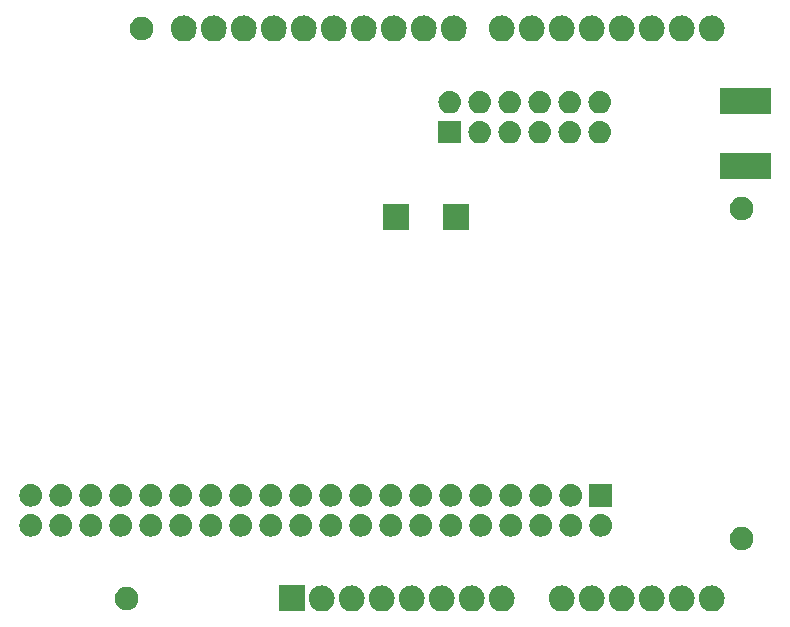
<source format=gbs>
G04 #@! TF.GenerationSoftware,KiCad,Pcbnew,(5.0.0)*
G04 #@! TF.CreationDate,2018-10-04T08:41:43-07:00*
G04 #@! TF.ProjectId,LoRaShield,4C6F5261536869656C642E6B69636164,rev?*
G04 #@! TF.SameCoordinates,PX69db1f0PY7882d48*
G04 #@! TF.FileFunction,Soldermask,Bot*
G04 #@! TF.FilePolarity,Negative*
%FSLAX46Y46*%
G04 Gerber Fmt 4.6, Leading zero omitted, Abs format (unit mm)*
G04 Created by KiCad (PCBNEW (5.0.0)) date 10/04/18 08:41:43*
%MOMM*%
%LPD*%
G01*
G04 APERTURE LIST*
%ADD10C,0.100000*%
G04 APERTURE END LIST*
D10*
G36*
X63557771Y3807389D02*
X63611638Y3802084D01*
X63659897Y3787444D01*
X63818988Y3739185D01*
X63948508Y3669955D01*
X64010084Y3637042D01*
X64177581Y3499581D01*
X64315042Y3332084D01*
X64315043Y3332082D01*
X64417185Y3140988D01*
X64480084Y2933637D01*
X64501322Y2718000D01*
X64480084Y2502363D01*
X64417185Y2295012D01*
X64321637Y2116254D01*
X64315042Y2103916D01*
X64177581Y1936419D01*
X64010084Y1798958D01*
X64010082Y1798957D01*
X63818988Y1696815D01*
X63659897Y1648556D01*
X63611638Y1633916D01*
X63557771Y1628611D01*
X63450038Y1618000D01*
X63341962Y1618000D01*
X63234229Y1628611D01*
X63180362Y1633916D01*
X63132103Y1648556D01*
X62973012Y1696815D01*
X62781918Y1798957D01*
X62781916Y1798958D01*
X62614419Y1936419D01*
X62476958Y2103916D01*
X62470363Y2116254D01*
X62374815Y2295012D01*
X62311916Y2502363D01*
X62290678Y2718000D01*
X62311916Y2933637D01*
X62374815Y3140988D01*
X62476957Y3332082D01*
X62476958Y3332084D01*
X62614419Y3499581D01*
X62781916Y3637042D01*
X62843492Y3669955D01*
X62973012Y3739185D01*
X63132103Y3787444D01*
X63180362Y3802084D01*
X63234229Y3807389D01*
X63341962Y3818000D01*
X63450038Y3818000D01*
X63557771Y3807389D01*
X63557771Y3807389D01*
G37*
G36*
X61017771Y3807389D02*
X61071638Y3802084D01*
X61119897Y3787444D01*
X61278988Y3739185D01*
X61408508Y3669955D01*
X61470084Y3637042D01*
X61637581Y3499581D01*
X61775042Y3332084D01*
X61775043Y3332082D01*
X61877185Y3140988D01*
X61940084Y2933637D01*
X61961322Y2718000D01*
X61940084Y2502363D01*
X61877185Y2295012D01*
X61781637Y2116254D01*
X61775042Y2103916D01*
X61637581Y1936419D01*
X61470084Y1798958D01*
X61470082Y1798957D01*
X61278988Y1696815D01*
X61119897Y1648556D01*
X61071638Y1633916D01*
X61017771Y1628611D01*
X60910038Y1618000D01*
X60801962Y1618000D01*
X60694229Y1628611D01*
X60640362Y1633916D01*
X60592103Y1648556D01*
X60433012Y1696815D01*
X60241918Y1798957D01*
X60241916Y1798958D01*
X60074419Y1936419D01*
X59936958Y2103916D01*
X59930363Y2116254D01*
X59834815Y2295012D01*
X59771916Y2502363D01*
X59750678Y2718000D01*
X59771916Y2933637D01*
X59834815Y3140988D01*
X59936957Y3332082D01*
X59936958Y3332084D01*
X60074419Y3499581D01*
X60241916Y3637042D01*
X60303492Y3669955D01*
X60433012Y3739185D01*
X60592103Y3787444D01*
X60640362Y3802084D01*
X60694229Y3807389D01*
X60801962Y3818000D01*
X60910038Y3818000D01*
X61017771Y3807389D01*
X61017771Y3807389D01*
G37*
G36*
X28936000Y1618000D02*
X26736000Y1618000D01*
X26736000Y3818000D01*
X28936000Y3818000D01*
X28936000Y1618000D01*
X28936000Y1618000D01*
G37*
G36*
X30537771Y3807389D02*
X30591638Y3802084D01*
X30639897Y3787444D01*
X30798988Y3739185D01*
X30928508Y3669955D01*
X30990084Y3637042D01*
X31157581Y3499581D01*
X31295042Y3332084D01*
X31295043Y3332082D01*
X31397185Y3140988D01*
X31460084Y2933637D01*
X31481322Y2718000D01*
X31460084Y2502363D01*
X31397185Y2295012D01*
X31301637Y2116254D01*
X31295042Y2103916D01*
X31157581Y1936419D01*
X30990084Y1798958D01*
X30990082Y1798957D01*
X30798988Y1696815D01*
X30639897Y1648556D01*
X30591638Y1633916D01*
X30537771Y1628611D01*
X30430038Y1618000D01*
X30321962Y1618000D01*
X30214229Y1628611D01*
X30160362Y1633916D01*
X30112103Y1648556D01*
X29953012Y1696815D01*
X29761918Y1798957D01*
X29761916Y1798958D01*
X29594419Y1936419D01*
X29456958Y2103916D01*
X29450363Y2116254D01*
X29354815Y2295012D01*
X29291916Y2502363D01*
X29270678Y2718000D01*
X29291916Y2933637D01*
X29354815Y3140988D01*
X29456957Y3332082D01*
X29456958Y3332084D01*
X29594419Y3499581D01*
X29761916Y3637042D01*
X29823492Y3669955D01*
X29953012Y3739185D01*
X30112103Y3787444D01*
X30160362Y3802084D01*
X30214229Y3807389D01*
X30321962Y3818000D01*
X30430038Y3818000D01*
X30537771Y3807389D01*
X30537771Y3807389D01*
G37*
G36*
X33077771Y3807389D02*
X33131638Y3802084D01*
X33179897Y3787444D01*
X33338988Y3739185D01*
X33468508Y3669955D01*
X33530084Y3637042D01*
X33697581Y3499581D01*
X33835042Y3332084D01*
X33835043Y3332082D01*
X33937185Y3140988D01*
X34000084Y2933637D01*
X34021322Y2718000D01*
X34000084Y2502363D01*
X33937185Y2295012D01*
X33841637Y2116254D01*
X33835042Y2103916D01*
X33697581Y1936419D01*
X33530084Y1798958D01*
X33530082Y1798957D01*
X33338988Y1696815D01*
X33179897Y1648556D01*
X33131638Y1633916D01*
X33077771Y1628611D01*
X32970038Y1618000D01*
X32861962Y1618000D01*
X32754229Y1628611D01*
X32700362Y1633916D01*
X32652103Y1648556D01*
X32493012Y1696815D01*
X32301918Y1798957D01*
X32301916Y1798958D01*
X32134419Y1936419D01*
X31996958Y2103916D01*
X31990363Y2116254D01*
X31894815Y2295012D01*
X31831916Y2502363D01*
X31810678Y2718000D01*
X31831916Y2933637D01*
X31894815Y3140988D01*
X31996957Y3332082D01*
X31996958Y3332084D01*
X32134419Y3499581D01*
X32301916Y3637042D01*
X32363492Y3669955D01*
X32493012Y3739185D01*
X32652103Y3787444D01*
X32700362Y3802084D01*
X32754229Y3807389D01*
X32861962Y3818000D01*
X32970038Y3818000D01*
X33077771Y3807389D01*
X33077771Y3807389D01*
G37*
G36*
X35617771Y3807389D02*
X35671638Y3802084D01*
X35719897Y3787444D01*
X35878988Y3739185D01*
X36008508Y3669955D01*
X36070084Y3637042D01*
X36237581Y3499581D01*
X36375042Y3332084D01*
X36375043Y3332082D01*
X36477185Y3140988D01*
X36540084Y2933637D01*
X36561322Y2718000D01*
X36540084Y2502363D01*
X36477185Y2295012D01*
X36381637Y2116254D01*
X36375042Y2103916D01*
X36237581Y1936419D01*
X36070084Y1798958D01*
X36070082Y1798957D01*
X35878988Y1696815D01*
X35719897Y1648556D01*
X35671638Y1633916D01*
X35617771Y1628611D01*
X35510038Y1618000D01*
X35401962Y1618000D01*
X35294229Y1628611D01*
X35240362Y1633916D01*
X35192103Y1648556D01*
X35033012Y1696815D01*
X34841918Y1798957D01*
X34841916Y1798958D01*
X34674419Y1936419D01*
X34536958Y2103916D01*
X34530363Y2116254D01*
X34434815Y2295012D01*
X34371916Y2502363D01*
X34350678Y2718000D01*
X34371916Y2933637D01*
X34434815Y3140988D01*
X34536957Y3332082D01*
X34536958Y3332084D01*
X34674419Y3499581D01*
X34841916Y3637042D01*
X34903492Y3669955D01*
X35033012Y3739185D01*
X35192103Y3787444D01*
X35240362Y3802084D01*
X35294229Y3807389D01*
X35401962Y3818000D01*
X35510038Y3818000D01*
X35617771Y3807389D01*
X35617771Y3807389D01*
G37*
G36*
X38157771Y3807389D02*
X38211638Y3802084D01*
X38259897Y3787444D01*
X38418988Y3739185D01*
X38548508Y3669955D01*
X38610084Y3637042D01*
X38777581Y3499581D01*
X38915042Y3332084D01*
X38915043Y3332082D01*
X39017185Y3140988D01*
X39080084Y2933637D01*
X39101322Y2718000D01*
X39080084Y2502363D01*
X39017185Y2295012D01*
X38921637Y2116254D01*
X38915042Y2103916D01*
X38777581Y1936419D01*
X38610084Y1798958D01*
X38610082Y1798957D01*
X38418988Y1696815D01*
X38259897Y1648556D01*
X38211638Y1633916D01*
X38157771Y1628611D01*
X38050038Y1618000D01*
X37941962Y1618000D01*
X37834229Y1628611D01*
X37780362Y1633916D01*
X37732103Y1648556D01*
X37573012Y1696815D01*
X37381918Y1798957D01*
X37381916Y1798958D01*
X37214419Y1936419D01*
X37076958Y2103916D01*
X37070363Y2116254D01*
X36974815Y2295012D01*
X36911916Y2502363D01*
X36890678Y2718000D01*
X36911916Y2933637D01*
X36974815Y3140988D01*
X37076957Y3332082D01*
X37076958Y3332084D01*
X37214419Y3499581D01*
X37381916Y3637042D01*
X37443492Y3669955D01*
X37573012Y3739185D01*
X37732103Y3787444D01*
X37780362Y3802084D01*
X37834229Y3807389D01*
X37941962Y3818000D01*
X38050038Y3818000D01*
X38157771Y3807389D01*
X38157771Y3807389D01*
G37*
G36*
X40697771Y3807389D02*
X40751638Y3802084D01*
X40799897Y3787444D01*
X40958988Y3739185D01*
X41088508Y3669955D01*
X41150084Y3637042D01*
X41317581Y3499581D01*
X41455042Y3332084D01*
X41455043Y3332082D01*
X41557185Y3140988D01*
X41620084Y2933637D01*
X41641322Y2718000D01*
X41620084Y2502363D01*
X41557185Y2295012D01*
X41461637Y2116254D01*
X41455042Y2103916D01*
X41317581Y1936419D01*
X41150084Y1798958D01*
X41150082Y1798957D01*
X40958988Y1696815D01*
X40799897Y1648556D01*
X40751638Y1633916D01*
X40697771Y1628611D01*
X40590038Y1618000D01*
X40481962Y1618000D01*
X40374229Y1628611D01*
X40320362Y1633916D01*
X40272103Y1648556D01*
X40113012Y1696815D01*
X39921918Y1798957D01*
X39921916Y1798958D01*
X39754419Y1936419D01*
X39616958Y2103916D01*
X39610363Y2116254D01*
X39514815Y2295012D01*
X39451916Y2502363D01*
X39430678Y2718000D01*
X39451916Y2933637D01*
X39514815Y3140988D01*
X39616957Y3332082D01*
X39616958Y3332084D01*
X39754419Y3499581D01*
X39921916Y3637042D01*
X39983492Y3669955D01*
X40113012Y3739185D01*
X40272103Y3787444D01*
X40320362Y3802084D01*
X40374229Y3807389D01*
X40481962Y3818000D01*
X40590038Y3818000D01*
X40697771Y3807389D01*
X40697771Y3807389D01*
G37*
G36*
X45777771Y3807389D02*
X45831638Y3802084D01*
X45879897Y3787444D01*
X46038988Y3739185D01*
X46168508Y3669955D01*
X46230084Y3637042D01*
X46397581Y3499581D01*
X46535042Y3332084D01*
X46535043Y3332082D01*
X46637185Y3140988D01*
X46700084Y2933637D01*
X46721322Y2718000D01*
X46700084Y2502363D01*
X46637185Y2295012D01*
X46541637Y2116254D01*
X46535042Y2103916D01*
X46397581Y1936419D01*
X46230084Y1798958D01*
X46230082Y1798957D01*
X46038988Y1696815D01*
X45879897Y1648556D01*
X45831638Y1633916D01*
X45777771Y1628611D01*
X45670038Y1618000D01*
X45561962Y1618000D01*
X45454229Y1628611D01*
X45400362Y1633916D01*
X45352103Y1648556D01*
X45193012Y1696815D01*
X45001918Y1798957D01*
X45001916Y1798958D01*
X44834419Y1936419D01*
X44696958Y2103916D01*
X44690363Y2116254D01*
X44594815Y2295012D01*
X44531916Y2502363D01*
X44510678Y2718000D01*
X44531916Y2933637D01*
X44594815Y3140988D01*
X44696957Y3332082D01*
X44696958Y3332084D01*
X44834419Y3499581D01*
X45001916Y3637042D01*
X45063492Y3669955D01*
X45193012Y3739185D01*
X45352103Y3787444D01*
X45400362Y3802084D01*
X45454229Y3807389D01*
X45561962Y3818000D01*
X45670038Y3818000D01*
X45777771Y3807389D01*
X45777771Y3807389D01*
G37*
G36*
X50857771Y3807389D02*
X50911638Y3802084D01*
X50959897Y3787444D01*
X51118988Y3739185D01*
X51248508Y3669955D01*
X51310084Y3637042D01*
X51477581Y3499581D01*
X51615042Y3332084D01*
X51615043Y3332082D01*
X51717185Y3140988D01*
X51780084Y2933637D01*
X51801322Y2718000D01*
X51780084Y2502363D01*
X51717185Y2295012D01*
X51621637Y2116254D01*
X51615042Y2103916D01*
X51477581Y1936419D01*
X51310084Y1798958D01*
X51310082Y1798957D01*
X51118988Y1696815D01*
X50959897Y1648556D01*
X50911638Y1633916D01*
X50857771Y1628611D01*
X50750038Y1618000D01*
X50641962Y1618000D01*
X50534229Y1628611D01*
X50480362Y1633916D01*
X50432103Y1648556D01*
X50273012Y1696815D01*
X50081918Y1798957D01*
X50081916Y1798958D01*
X49914419Y1936419D01*
X49776958Y2103916D01*
X49770363Y2116254D01*
X49674815Y2295012D01*
X49611916Y2502363D01*
X49590678Y2718000D01*
X49611916Y2933637D01*
X49674815Y3140988D01*
X49776957Y3332082D01*
X49776958Y3332084D01*
X49914419Y3499581D01*
X50081916Y3637042D01*
X50143492Y3669955D01*
X50273012Y3739185D01*
X50432103Y3787444D01*
X50480362Y3802084D01*
X50534229Y3807389D01*
X50641962Y3818000D01*
X50750038Y3818000D01*
X50857771Y3807389D01*
X50857771Y3807389D01*
G37*
G36*
X53397771Y3807389D02*
X53451638Y3802084D01*
X53499897Y3787444D01*
X53658988Y3739185D01*
X53788508Y3669955D01*
X53850084Y3637042D01*
X54017581Y3499581D01*
X54155042Y3332084D01*
X54155043Y3332082D01*
X54257185Y3140988D01*
X54320084Y2933637D01*
X54341322Y2718000D01*
X54320084Y2502363D01*
X54257185Y2295012D01*
X54161637Y2116254D01*
X54155042Y2103916D01*
X54017581Y1936419D01*
X53850084Y1798958D01*
X53850082Y1798957D01*
X53658988Y1696815D01*
X53499897Y1648556D01*
X53451638Y1633916D01*
X53397771Y1628611D01*
X53290038Y1618000D01*
X53181962Y1618000D01*
X53074229Y1628611D01*
X53020362Y1633916D01*
X52972103Y1648556D01*
X52813012Y1696815D01*
X52621918Y1798957D01*
X52621916Y1798958D01*
X52454419Y1936419D01*
X52316958Y2103916D01*
X52310363Y2116254D01*
X52214815Y2295012D01*
X52151916Y2502363D01*
X52130678Y2718000D01*
X52151916Y2933637D01*
X52214815Y3140988D01*
X52316957Y3332082D01*
X52316958Y3332084D01*
X52454419Y3499581D01*
X52621916Y3637042D01*
X52683492Y3669955D01*
X52813012Y3739185D01*
X52972103Y3787444D01*
X53020362Y3802084D01*
X53074229Y3807389D01*
X53181962Y3818000D01*
X53290038Y3818000D01*
X53397771Y3807389D01*
X53397771Y3807389D01*
G37*
G36*
X55937771Y3807389D02*
X55991638Y3802084D01*
X56039897Y3787444D01*
X56198988Y3739185D01*
X56328508Y3669955D01*
X56390084Y3637042D01*
X56557581Y3499581D01*
X56695042Y3332084D01*
X56695043Y3332082D01*
X56797185Y3140988D01*
X56860084Y2933637D01*
X56881322Y2718000D01*
X56860084Y2502363D01*
X56797185Y2295012D01*
X56701637Y2116254D01*
X56695042Y2103916D01*
X56557581Y1936419D01*
X56390084Y1798958D01*
X56390082Y1798957D01*
X56198988Y1696815D01*
X56039897Y1648556D01*
X55991638Y1633916D01*
X55937771Y1628611D01*
X55830038Y1618000D01*
X55721962Y1618000D01*
X55614229Y1628611D01*
X55560362Y1633916D01*
X55512103Y1648556D01*
X55353012Y1696815D01*
X55161918Y1798957D01*
X55161916Y1798958D01*
X54994419Y1936419D01*
X54856958Y2103916D01*
X54850363Y2116254D01*
X54754815Y2295012D01*
X54691916Y2502363D01*
X54670678Y2718000D01*
X54691916Y2933637D01*
X54754815Y3140988D01*
X54856957Y3332082D01*
X54856958Y3332084D01*
X54994419Y3499581D01*
X55161916Y3637042D01*
X55223492Y3669955D01*
X55353012Y3739185D01*
X55512103Y3787444D01*
X55560362Y3802084D01*
X55614229Y3807389D01*
X55721962Y3818000D01*
X55830038Y3818000D01*
X55937771Y3807389D01*
X55937771Y3807389D01*
G37*
G36*
X58477771Y3807389D02*
X58531638Y3802084D01*
X58579897Y3787444D01*
X58738988Y3739185D01*
X58868508Y3669955D01*
X58930084Y3637042D01*
X59097581Y3499581D01*
X59235042Y3332084D01*
X59235043Y3332082D01*
X59337185Y3140988D01*
X59400084Y2933637D01*
X59421322Y2718000D01*
X59400084Y2502363D01*
X59337185Y2295012D01*
X59241637Y2116254D01*
X59235042Y2103916D01*
X59097581Y1936419D01*
X58930084Y1798958D01*
X58930082Y1798957D01*
X58738988Y1696815D01*
X58579897Y1648556D01*
X58531638Y1633916D01*
X58477771Y1628611D01*
X58370038Y1618000D01*
X58261962Y1618000D01*
X58154229Y1628611D01*
X58100362Y1633916D01*
X58052103Y1648556D01*
X57893012Y1696815D01*
X57701918Y1798957D01*
X57701916Y1798958D01*
X57534419Y1936419D01*
X57396958Y2103916D01*
X57390363Y2116254D01*
X57294815Y2295012D01*
X57231916Y2502363D01*
X57210678Y2718000D01*
X57231916Y2933637D01*
X57294815Y3140988D01*
X57396957Y3332082D01*
X57396958Y3332084D01*
X57534419Y3499581D01*
X57701916Y3637042D01*
X57763492Y3669955D01*
X57893012Y3739185D01*
X58052103Y3787444D01*
X58100362Y3802084D01*
X58154229Y3807389D01*
X58261962Y3818000D01*
X58370038Y3818000D01*
X58477771Y3807389D01*
X58477771Y3807389D01*
G37*
G36*
X43237771Y3807389D02*
X43291638Y3802084D01*
X43339897Y3787444D01*
X43498988Y3739185D01*
X43628508Y3669955D01*
X43690084Y3637042D01*
X43857581Y3499581D01*
X43995042Y3332084D01*
X43995043Y3332082D01*
X44097185Y3140988D01*
X44160084Y2933637D01*
X44181322Y2718000D01*
X44160084Y2502363D01*
X44097185Y2295012D01*
X44001637Y2116254D01*
X43995042Y2103916D01*
X43857581Y1936419D01*
X43690084Y1798958D01*
X43690082Y1798957D01*
X43498988Y1696815D01*
X43339897Y1648556D01*
X43291638Y1633916D01*
X43237771Y1628611D01*
X43130038Y1618000D01*
X43021962Y1618000D01*
X42914229Y1628611D01*
X42860362Y1633916D01*
X42812103Y1648556D01*
X42653012Y1696815D01*
X42461918Y1798957D01*
X42461916Y1798958D01*
X42294419Y1936419D01*
X42156958Y2103916D01*
X42150363Y2116254D01*
X42054815Y2295012D01*
X41991916Y2502363D01*
X41970678Y2718000D01*
X41991916Y2933637D01*
X42054815Y3140988D01*
X42156957Y3332082D01*
X42156958Y3332084D01*
X42294419Y3499581D01*
X42461916Y3637042D01*
X42523492Y3669955D01*
X42653012Y3739185D01*
X42812103Y3787444D01*
X42860362Y3802084D01*
X42914229Y3807389D01*
X43021962Y3818000D01*
X43130038Y3818000D01*
X43237771Y3807389D01*
X43237771Y3807389D01*
G37*
G36*
X14154772Y3669955D02*
X14334942Y3595326D01*
X14497089Y3486983D01*
X14634983Y3349089D01*
X14743326Y3186942D01*
X14817955Y3006772D01*
X14856000Y2815507D01*
X14856000Y2620493D01*
X14817955Y2429228D01*
X14743326Y2249058D01*
X14634983Y2086911D01*
X14497089Y1949017D01*
X14334942Y1840674D01*
X14154772Y1766045D01*
X13963507Y1728000D01*
X13768493Y1728000D01*
X13577228Y1766045D01*
X13397058Y1840674D01*
X13234911Y1949017D01*
X13097017Y2086911D01*
X12988674Y2249058D01*
X12914045Y2429228D01*
X12876000Y2620493D01*
X12876000Y2815507D01*
X12914045Y3006772D01*
X12988674Y3186942D01*
X13097017Y3349089D01*
X13234911Y3486983D01*
X13397058Y3595326D01*
X13577228Y3669955D01*
X13768493Y3708000D01*
X13963507Y3708000D01*
X14154772Y3669955D01*
X14154772Y3669955D01*
G37*
G36*
X66224772Y8749955D02*
X66404942Y8675326D01*
X66567089Y8566983D01*
X66704983Y8429089D01*
X66813326Y8266942D01*
X66887955Y8086772D01*
X66926000Y7895507D01*
X66926000Y7700493D01*
X66887955Y7509228D01*
X66813326Y7329058D01*
X66704983Y7166911D01*
X66567089Y7029017D01*
X66404942Y6920674D01*
X66224772Y6846045D01*
X66033507Y6808000D01*
X65838493Y6808000D01*
X65647228Y6846045D01*
X65467058Y6920674D01*
X65304911Y7029017D01*
X65167017Y7166911D01*
X65058674Y7329058D01*
X64984045Y7509228D01*
X64946000Y7700493D01*
X64946000Y7895507D01*
X64984045Y8086772D01*
X65058674Y8266942D01*
X65167017Y8429089D01*
X65304911Y8566983D01*
X65467058Y8675326D01*
X65647228Y8749955D01*
X65838493Y8788000D01*
X66033507Y8788000D01*
X66224772Y8749955D01*
X66224772Y8749955D01*
G37*
G36*
X41488232Y9846254D02*
X41667308Y9791932D01*
X41832345Y9703718D01*
X41977001Y9585001D01*
X42095718Y9440345D01*
X42183932Y9275308D01*
X42238254Y9096232D01*
X42256596Y8910000D01*
X42238254Y8723768D01*
X42183932Y8544692D01*
X42095718Y8379655D01*
X41977001Y8234999D01*
X41832345Y8116282D01*
X41832343Y8116281D01*
X41667308Y8028068D01*
X41488232Y7973746D01*
X41348666Y7960000D01*
X41255334Y7960000D01*
X41115768Y7973746D01*
X40936692Y8028068D01*
X40771657Y8116281D01*
X40771655Y8116282D01*
X40626999Y8234999D01*
X40508282Y8379655D01*
X40420068Y8544692D01*
X40365746Y8723768D01*
X40347404Y8910000D01*
X40365746Y9096232D01*
X40420068Y9275308D01*
X40508282Y9440345D01*
X40626999Y9585001D01*
X40771655Y9703718D01*
X40936692Y9791932D01*
X41115768Y9846254D01*
X41255334Y9860000D01*
X41348666Y9860000D01*
X41488232Y9846254D01*
X41488232Y9846254D01*
G37*
G36*
X44028232Y9846254D02*
X44207308Y9791932D01*
X44372345Y9703718D01*
X44517001Y9585001D01*
X44635718Y9440345D01*
X44723932Y9275308D01*
X44778254Y9096232D01*
X44796596Y8910000D01*
X44778254Y8723768D01*
X44723932Y8544692D01*
X44635718Y8379655D01*
X44517001Y8234999D01*
X44372345Y8116282D01*
X44372343Y8116281D01*
X44207308Y8028068D01*
X44028232Y7973746D01*
X43888666Y7960000D01*
X43795334Y7960000D01*
X43655768Y7973746D01*
X43476692Y8028068D01*
X43311657Y8116281D01*
X43311655Y8116282D01*
X43166999Y8234999D01*
X43048282Y8379655D01*
X42960068Y8544692D01*
X42905746Y8723768D01*
X42887404Y8910000D01*
X42905746Y9096232D01*
X42960068Y9275308D01*
X43048282Y9440345D01*
X43166999Y9585001D01*
X43311655Y9703718D01*
X43476692Y9791932D01*
X43655768Y9846254D01*
X43795334Y9860000D01*
X43888666Y9860000D01*
X44028232Y9846254D01*
X44028232Y9846254D01*
G37*
G36*
X51648232Y9846254D02*
X51827308Y9791932D01*
X51992345Y9703718D01*
X52137001Y9585001D01*
X52255718Y9440345D01*
X52343932Y9275308D01*
X52398254Y9096232D01*
X52416596Y8910000D01*
X52398254Y8723768D01*
X52343932Y8544692D01*
X52255718Y8379655D01*
X52137001Y8234999D01*
X51992345Y8116282D01*
X51992343Y8116281D01*
X51827308Y8028068D01*
X51648232Y7973746D01*
X51508666Y7960000D01*
X51415334Y7960000D01*
X51275768Y7973746D01*
X51096692Y8028068D01*
X50931657Y8116281D01*
X50931655Y8116282D01*
X50786999Y8234999D01*
X50668282Y8379655D01*
X50580068Y8544692D01*
X50525746Y8723768D01*
X50507404Y8910000D01*
X50525746Y9096232D01*
X50580068Y9275308D01*
X50668282Y9440345D01*
X50786999Y9585001D01*
X50931655Y9703718D01*
X51096692Y9791932D01*
X51275768Y9846254D01*
X51415334Y9860000D01*
X51508666Y9860000D01*
X51648232Y9846254D01*
X51648232Y9846254D01*
G37*
G36*
X49108232Y9846254D02*
X49287308Y9791932D01*
X49452345Y9703718D01*
X49597001Y9585001D01*
X49715718Y9440345D01*
X49803932Y9275308D01*
X49858254Y9096232D01*
X49876596Y8910000D01*
X49858254Y8723768D01*
X49803932Y8544692D01*
X49715718Y8379655D01*
X49597001Y8234999D01*
X49452345Y8116282D01*
X49452343Y8116281D01*
X49287308Y8028068D01*
X49108232Y7973746D01*
X48968666Y7960000D01*
X48875334Y7960000D01*
X48735768Y7973746D01*
X48556692Y8028068D01*
X48391657Y8116281D01*
X48391655Y8116282D01*
X48246999Y8234999D01*
X48128282Y8379655D01*
X48040068Y8544692D01*
X47985746Y8723768D01*
X47967404Y8910000D01*
X47985746Y9096232D01*
X48040068Y9275308D01*
X48128282Y9440345D01*
X48246999Y9585001D01*
X48391655Y9703718D01*
X48556692Y9791932D01*
X48735768Y9846254D01*
X48875334Y9860000D01*
X48968666Y9860000D01*
X49108232Y9846254D01*
X49108232Y9846254D01*
G37*
G36*
X54188232Y9846254D02*
X54367308Y9791932D01*
X54532345Y9703718D01*
X54677001Y9585001D01*
X54795718Y9440345D01*
X54883932Y9275308D01*
X54938254Y9096232D01*
X54956596Y8910000D01*
X54938254Y8723768D01*
X54883932Y8544692D01*
X54795718Y8379655D01*
X54677001Y8234999D01*
X54532345Y8116282D01*
X54532343Y8116281D01*
X54367308Y8028068D01*
X54188232Y7973746D01*
X54048666Y7960000D01*
X53955334Y7960000D01*
X53815768Y7973746D01*
X53636692Y8028068D01*
X53471657Y8116281D01*
X53471655Y8116282D01*
X53326999Y8234999D01*
X53208282Y8379655D01*
X53120068Y8544692D01*
X53065746Y8723768D01*
X53047404Y8910000D01*
X53065746Y9096232D01*
X53120068Y9275308D01*
X53208282Y9440345D01*
X53326999Y9585001D01*
X53471655Y9703718D01*
X53636692Y9791932D01*
X53815768Y9846254D01*
X53955334Y9860000D01*
X54048666Y9860000D01*
X54188232Y9846254D01*
X54188232Y9846254D01*
G37*
G36*
X23708232Y9846254D02*
X23887308Y9791932D01*
X24052345Y9703718D01*
X24197001Y9585001D01*
X24315718Y9440345D01*
X24403932Y9275308D01*
X24458254Y9096232D01*
X24476596Y8910000D01*
X24458254Y8723768D01*
X24403932Y8544692D01*
X24315718Y8379655D01*
X24197001Y8234999D01*
X24052345Y8116282D01*
X24052343Y8116281D01*
X23887308Y8028068D01*
X23708232Y7973746D01*
X23568666Y7960000D01*
X23475334Y7960000D01*
X23335768Y7973746D01*
X23156692Y8028068D01*
X22991657Y8116281D01*
X22991655Y8116282D01*
X22846999Y8234999D01*
X22728282Y8379655D01*
X22640068Y8544692D01*
X22585746Y8723768D01*
X22567404Y8910000D01*
X22585746Y9096232D01*
X22640068Y9275308D01*
X22728282Y9440345D01*
X22846999Y9585001D01*
X22991655Y9703718D01*
X23156692Y9791932D01*
X23335768Y9846254D01*
X23475334Y9860000D01*
X23568666Y9860000D01*
X23708232Y9846254D01*
X23708232Y9846254D01*
G37*
G36*
X21168232Y9846254D02*
X21347308Y9791932D01*
X21512345Y9703718D01*
X21657001Y9585001D01*
X21775718Y9440345D01*
X21863932Y9275308D01*
X21918254Y9096232D01*
X21936596Y8910000D01*
X21918254Y8723768D01*
X21863932Y8544692D01*
X21775718Y8379655D01*
X21657001Y8234999D01*
X21512345Y8116282D01*
X21512343Y8116281D01*
X21347308Y8028068D01*
X21168232Y7973746D01*
X21028666Y7960000D01*
X20935334Y7960000D01*
X20795768Y7973746D01*
X20616692Y8028068D01*
X20451657Y8116281D01*
X20451655Y8116282D01*
X20306999Y8234999D01*
X20188282Y8379655D01*
X20100068Y8544692D01*
X20045746Y8723768D01*
X20027404Y8910000D01*
X20045746Y9096232D01*
X20100068Y9275308D01*
X20188282Y9440345D01*
X20306999Y9585001D01*
X20451655Y9703718D01*
X20616692Y9791932D01*
X20795768Y9846254D01*
X20935334Y9860000D01*
X21028666Y9860000D01*
X21168232Y9846254D01*
X21168232Y9846254D01*
G37*
G36*
X18628232Y9846254D02*
X18807308Y9791932D01*
X18972345Y9703718D01*
X19117001Y9585001D01*
X19235718Y9440345D01*
X19323932Y9275308D01*
X19378254Y9096232D01*
X19396596Y8910000D01*
X19378254Y8723768D01*
X19323932Y8544692D01*
X19235718Y8379655D01*
X19117001Y8234999D01*
X18972345Y8116282D01*
X18972343Y8116281D01*
X18807308Y8028068D01*
X18628232Y7973746D01*
X18488666Y7960000D01*
X18395334Y7960000D01*
X18255768Y7973746D01*
X18076692Y8028068D01*
X17911657Y8116281D01*
X17911655Y8116282D01*
X17766999Y8234999D01*
X17648282Y8379655D01*
X17560068Y8544692D01*
X17505746Y8723768D01*
X17487404Y8910000D01*
X17505746Y9096232D01*
X17560068Y9275308D01*
X17648282Y9440345D01*
X17766999Y9585001D01*
X17911655Y9703718D01*
X18076692Y9791932D01*
X18255768Y9846254D01*
X18395334Y9860000D01*
X18488666Y9860000D01*
X18628232Y9846254D01*
X18628232Y9846254D01*
G37*
G36*
X16088232Y9846254D02*
X16267308Y9791932D01*
X16432345Y9703718D01*
X16577001Y9585001D01*
X16695718Y9440345D01*
X16783932Y9275308D01*
X16838254Y9096232D01*
X16856596Y8910000D01*
X16838254Y8723768D01*
X16783932Y8544692D01*
X16695718Y8379655D01*
X16577001Y8234999D01*
X16432345Y8116282D01*
X16432343Y8116281D01*
X16267308Y8028068D01*
X16088232Y7973746D01*
X15948666Y7960000D01*
X15855334Y7960000D01*
X15715768Y7973746D01*
X15536692Y8028068D01*
X15371657Y8116281D01*
X15371655Y8116282D01*
X15226999Y8234999D01*
X15108282Y8379655D01*
X15020068Y8544692D01*
X14965746Y8723768D01*
X14947404Y8910000D01*
X14965746Y9096232D01*
X15020068Y9275308D01*
X15108282Y9440345D01*
X15226999Y9585001D01*
X15371655Y9703718D01*
X15536692Y9791932D01*
X15715768Y9846254D01*
X15855334Y9860000D01*
X15948666Y9860000D01*
X16088232Y9846254D01*
X16088232Y9846254D01*
G37*
G36*
X13548232Y9846254D02*
X13727308Y9791932D01*
X13892345Y9703718D01*
X14037001Y9585001D01*
X14155718Y9440345D01*
X14243932Y9275308D01*
X14298254Y9096232D01*
X14316596Y8910000D01*
X14298254Y8723768D01*
X14243932Y8544692D01*
X14155718Y8379655D01*
X14037001Y8234999D01*
X13892345Y8116282D01*
X13892343Y8116281D01*
X13727308Y8028068D01*
X13548232Y7973746D01*
X13408666Y7960000D01*
X13315334Y7960000D01*
X13175768Y7973746D01*
X12996692Y8028068D01*
X12831657Y8116281D01*
X12831655Y8116282D01*
X12686999Y8234999D01*
X12568282Y8379655D01*
X12480068Y8544692D01*
X12425746Y8723768D01*
X12407404Y8910000D01*
X12425746Y9096232D01*
X12480068Y9275308D01*
X12568282Y9440345D01*
X12686999Y9585001D01*
X12831655Y9703718D01*
X12996692Y9791932D01*
X13175768Y9846254D01*
X13315334Y9860000D01*
X13408666Y9860000D01*
X13548232Y9846254D01*
X13548232Y9846254D01*
G37*
G36*
X36408232Y9846254D02*
X36587308Y9791932D01*
X36752345Y9703718D01*
X36897001Y9585001D01*
X37015718Y9440345D01*
X37103932Y9275308D01*
X37158254Y9096232D01*
X37176596Y8910000D01*
X37158254Y8723768D01*
X37103932Y8544692D01*
X37015718Y8379655D01*
X36897001Y8234999D01*
X36752345Y8116282D01*
X36752343Y8116281D01*
X36587308Y8028068D01*
X36408232Y7973746D01*
X36268666Y7960000D01*
X36175334Y7960000D01*
X36035768Y7973746D01*
X35856692Y8028068D01*
X35691657Y8116281D01*
X35691655Y8116282D01*
X35546999Y8234999D01*
X35428282Y8379655D01*
X35340068Y8544692D01*
X35285746Y8723768D01*
X35267404Y8910000D01*
X35285746Y9096232D01*
X35340068Y9275308D01*
X35428282Y9440345D01*
X35546999Y9585001D01*
X35691655Y9703718D01*
X35856692Y9791932D01*
X36035768Y9846254D01*
X36175334Y9860000D01*
X36268666Y9860000D01*
X36408232Y9846254D01*
X36408232Y9846254D01*
G37*
G36*
X33868232Y9846254D02*
X34047308Y9791932D01*
X34212345Y9703718D01*
X34357001Y9585001D01*
X34475718Y9440345D01*
X34563932Y9275308D01*
X34618254Y9096232D01*
X34636596Y8910000D01*
X34618254Y8723768D01*
X34563932Y8544692D01*
X34475718Y8379655D01*
X34357001Y8234999D01*
X34212345Y8116282D01*
X34212343Y8116281D01*
X34047308Y8028068D01*
X33868232Y7973746D01*
X33728666Y7960000D01*
X33635334Y7960000D01*
X33495768Y7973746D01*
X33316692Y8028068D01*
X33151657Y8116281D01*
X33151655Y8116282D01*
X33006999Y8234999D01*
X32888282Y8379655D01*
X32800068Y8544692D01*
X32745746Y8723768D01*
X32727404Y8910000D01*
X32745746Y9096232D01*
X32800068Y9275308D01*
X32888282Y9440345D01*
X33006999Y9585001D01*
X33151655Y9703718D01*
X33316692Y9791932D01*
X33495768Y9846254D01*
X33635334Y9860000D01*
X33728666Y9860000D01*
X33868232Y9846254D01*
X33868232Y9846254D01*
G37*
G36*
X31328232Y9846254D02*
X31507308Y9791932D01*
X31672345Y9703718D01*
X31817001Y9585001D01*
X31935718Y9440345D01*
X32023932Y9275308D01*
X32078254Y9096232D01*
X32096596Y8910000D01*
X32078254Y8723768D01*
X32023932Y8544692D01*
X31935718Y8379655D01*
X31817001Y8234999D01*
X31672345Y8116282D01*
X31672343Y8116281D01*
X31507308Y8028068D01*
X31328232Y7973746D01*
X31188666Y7960000D01*
X31095334Y7960000D01*
X30955768Y7973746D01*
X30776692Y8028068D01*
X30611657Y8116281D01*
X30611655Y8116282D01*
X30466999Y8234999D01*
X30348282Y8379655D01*
X30260068Y8544692D01*
X30205746Y8723768D01*
X30187404Y8910000D01*
X30205746Y9096232D01*
X30260068Y9275308D01*
X30348282Y9440345D01*
X30466999Y9585001D01*
X30611655Y9703718D01*
X30776692Y9791932D01*
X30955768Y9846254D01*
X31095334Y9860000D01*
X31188666Y9860000D01*
X31328232Y9846254D01*
X31328232Y9846254D01*
G37*
G36*
X28788232Y9846254D02*
X28967308Y9791932D01*
X29132345Y9703718D01*
X29277001Y9585001D01*
X29395718Y9440345D01*
X29483932Y9275308D01*
X29538254Y9096232D01*
X29556596Y8910000D01*
X29538254Y8723768D01*
X29483932Y8544692D01*
X29395718Y8379655D01*
X29277001Y8234999D01*
X29132345Y8116282D01*
X29132343Y8116281D01*
X28967308Y8028068D01*
X28788232Y7973746D01*
X28648666Y7960000D01*
X28555334Y7960000D01*
X28415768Y7973746D01*
X28236692Y8028068D01*
X28071657Y8116281D01*
X28071655Y8116282D01*
X27926999Y8234999D01*
X27808282Y8379655D01*
X27720068Y8544692D01*
X27665746Y8723768D01*
X27647404Y8910000D01*
X27665746Y9096232D01*
X27720068Y9275308D01*
X27808282Y9440345D01*
X27926999Y9585001D01*
X28071655Y9703718D01*
X28236692Y9791932D01*
X28415768Y9846254D01*
X28555334Y9860000D01*
X28648666Y9860000D01*
X28788232Y9846254D01*
X28788232Y9846254D01*
G37*
G36*
X26248232Y9846254D02*
X26427308Y9791932D01*
X26592345Y9703718D01*
X26737001Y9585001D01*
X26855718Y9440345D01*
X26943932Y9275308D01*
X26998254Y9096232D01*
X27016596Y8910000D01*
X26998254Y8723768D01*
X26943932Y8544692D01*
X26855718Y8379655D01*
X26737001Y8234999D01*
X26592345Y8116282D01*
X26592343Y8116281D01*
X26427308Y8028068D01*
X26248232Y7973746D01*
X26108666Y7960000D01*
X26015334Y7960000D01*
X25875768Y7973746D01*
X25696692Y8028068D01*
X25531657Y8116281D01*
X25531655Y8116282D01*
X25386999Y8234999D01*
X25268282Y8379655D01*
X25180068Y8544692D01*
X25125746Y8723768D01*
X25107404Y8910000D01*
X25125746Y9096232D01*
X25180068Y9275308D01*
X25268282Y9440345D01*
X25386999Y9585001D01*
X25531655Y9703718D01*
X25696692Y9791932D01*
X25875768Y9846254D01*
X26015334Y9860000D01*
X26108666Y9860000D01*
X26248232Y9846254D01*
X26248232Y9846254D01*
G37*
G36*
X46568232Y9846254D02*
X46747308Y9791932D01*
X46912345Y9703718D01*
X47057001Y9585001D01*
X47175718Y9440345D01*
X47263932Y9275308D01*
X47318254Y9096232D01*
X47336596Y8910000D01*
X47318254Y8723768D01*
X47263932Y8544692D01*
X47175718Y8379655D01*
X47057001Y8234999D01*
X46912345Y8116282D01*
X46912343Y8116281D01*
X46747308Y8028068D01*
X46568232Y7973746D01*
X46428666Y7960000D01*
X46335334Y7960000D01*
X46195768Y7973746D01*
X46016692Y8028068D01*
X45851657Y8116281D01*
X45851655Y8116282D01*
X45706999Y8234999D01*
X45588282Y8379655D01*
X45500068Y8544692D01*
X45445746Y8723768D01*
X45427404Y8910000D01*
X45445746Y9096232D01*
X45500068Y9275308D01*
X45588282Y9440345D01*
X45706999Y9585001D01*
X45851655Y9703718D01*
X46016692Y9791932D01*
X46195768Y9846254D01*
X46335334Y9860000D01*
X46428666Y9860000D01*
X46568232Y9846254D01*
X46568232Y9846254D01*
G37*
G36*
X8468232Y9846254D02*
X8647308Y9791932D01*
X8812345Y9703718D01*
X8957001Y9585001D01*
X9075718Y9440345D01*
X9163932Y9275308D01*
X9218254Y9096232D01*
X9236596Y8910000D01*
X9218254Y8723768D01*
X9163932Y8544692D01*
X9075718Y8379655D01*
X8957001Y8234999D01*
X8812345Y8116282D01*
X8812343Y8116281D01*
X8647308Y8028068D01*
X8468232Y7973746D01*
X8328666Y7960000D01*
X8235334Y7960000D01*
X8095768Y7973746D01*
X7916692Y8028068D01*
X7751657Y8116281D01*
X7751655Y8116282D01*
X7606999Y8234999D01*
X7488282Y8379655D01*
X7400068Y8544692D01*
X7345746Y8723768D01*
X7327404Y8910000D01*
X7345746Y9096232D01*
X7400068Y9275308D01*
X7488282Y9440345D01*
X7606999Y9585001D01*
X7751655Y9703718D01*
X7916692Y9791932D01*
X8095768Y9846254D01*
X8235334Y9860000D01*
X8328666Y9860000D01*
X8468232Y9846254D01*
X8468232Y9846254D01*
G37*
G36*
X5928232Y9846254D02*
X6107308Y9791932D01*
X6272345Y9703718D01*
X6417001Y9585001D01*
X6535718Y9440345D01*
X6623932Y9275308D01*
X6678254Y9096232D01*
X6696596Y8910000D01*
X6678254Y8723768D01*
X6623932Y8544692D01*
X6535718Y8379655D01*
X6417001Y8234999D01*
X6272345Y8116282D01*
X6272343Y8116281D01*
X6107308Y8028068D01*
X5928232Y7973746D01*
X5788666Y7960000D01*
X5695334Y7960000D01*
X5555768Y7973746D01*
X5376692Y8028068D01*
X5211657Y8116281D01*
X5211655Y8116282D01*
X5066999Y8234999D01*
X4948282Y8379655D01*
X4860068Y8544692D01*
X4805746Y8723768D01*
X4787404Y8910000D01*
X4805746Y9096232D01*
X4860068Y9275308D01*
X4948282Y9440345D01*
X5066999Y9585001D01*
X5211655Y9703718D01*
X5376692Y9791932D01*
X5555768Y9846254D01*
X5695334Y9860000D01*
X5788666Y9860000D01*
X5928232Y9846254D01*
X5928232Y9846254D01*
G37*
G36*
X11008232Y9846254D02*
X11187308Y9791932D01*
X11352345Y9703718D01*
X11497001Y9585001D01*
X11615718Y9440345D01*
X11703932Y9275308D01*
X11758254Y9096232D01*
X11776596Y8910000D01*
X11758254Y8723768D01*
X11703932Y8544692D01*
X11615718Y8379655D01*
X11497001Y8234999D01*
X11352345Y8116282D01*
X11352343Y8116281D01*
X11187308Y8028068D01*
X11008232Y7973746D01*
X10868666Y7960000D01*
X10775334Y7960000D01*
X10635768Y7973746D01*
X10456692Y8028068D01*
X10291657Y8116281D01*
X10291655Y8116282D01*
X10146999Y8234999D01*
X10028282Y8379655D01*
X9940068Y8544692D01*
X9885746Y8723768D01*
X9867404Y8910000D01*
X9885746Y9096232D01*
X9940068Y9275308D01*
X10028282Y9440345D01*
X10146999Y9585001D01*
X10291655Y9703718D01*
X10456692Y9791932D01*
X10635768Y9846254D01*
X10775334Y9860000D01*
X10868666Y9860000D01*
X11008232Y9846254D01*
X11008232Y9846254D01*
G37*
G36*
X38948232Y9846254D02*
X39127308Y9791932D01*
X39292345Y9703718D01*
X39437001Y9585001D01*
X39555718Y9440345D01*
X39643932Y9275308D01*
X39698254Y9096232D01*
X39716596Y8910000D01*
X39698254Y8723768D01*
X39643932Y8544692D01*
X39555718Y8379655D01*
X39437001Y8234999D01*
X39292345Y8116282D01*
X39292343Y8116281D01*
X39127308Y8028068D01*
X38948232Y7973746D01*
X38808666Y7960000D01*
X38715334Y7960000D01*
X38575768Y7973746D01*
X38396692Y8028068D01*
X38231657Y8116281D01*
X38231655Y8116282D01*
X38086999Y8234999D01*
X37968282Y8379655D01*
X37880068Y8544692D01*
X37825746Y8723768D01*
X37807404Y8910000D01*
X37825746Y9096232D01*
X37880068Y9275308D01*
X37968282Y9440345D01*
X38086999Y9585001D01*
X38231655Y9703718D01*
X38396692Y9791932D01*
X38575768Y9846254D01*
X38715334Y9860000D01*
X38808666Y9860000D01*
X38948232Y9846254D01*
X38948232Y9846254D01*
G37*
G36*
X36408232Y12386254D02*
X36587308Y12331932D01*
X36752345Y12243718D01*
X36897001Y12125001D01*
X37015718Y11980345D01*
X37103932Y11815308D01*
X37158254Y11636232D01*
X37176596Y11450000D01*
X37158254Y11263768D01*
X37103932Y11084692D01*
X37015718Y10919655D01*
X36897001Y10774999D01*
X36752345Y10656282D01*
X36752343Y10656281D01*
X36587308Y10568068D01*
X36408232Y10513746D01*
X36268666Y10500000D01*
X36175334Y10500000D01*
X36035768Y10513746D01*
X35856692Y10568068D01*
X35691657Y10656281D01*
X35691655Y10656282D01*
X35546999Y10774999D01*
X35428282Y10919655D01*
X35340068Y11084692D01*
X35285746Y11263768D01*
X35267404Y11450000D01*
X35285746Y11636232D01*
X35340068Y11815308D01*
X35428282Y11980345D01*
X35546999Y12125001D01*
X35691655Y12243718D01*
X35856692Y12331932D01*
X36035768Y12386254D01*
X36175334Y12400000D01*
X36268666Y12400000D01*
X36408232Y12386254D01*
X36408232Y12386254D01*
G37*
G36*
X33868232Y12386254D02*
X34047308Y12331932D01*
X34212345Y12243718D01*
X34357001Y12125001D01*
X34475718Y11980345D01*
X34563932Y11815308D01*
X34618254Y11636232D01*
X34636596Y11450000D01*
X34618254Y11263768D01*
X34563932Y11084692D01*
X34475718Y10919655D01*
X34357001Y10774999D01*
X34212345Y10656282D01*
X34212343Y10656281D01*
X34047308Y10568068D01*
X33868232Y10513746D01*
X33728666Y10500000D01*
X33635334Y10500000D01*
X33495768Y10513746D01*
X33316692Y10568068D01*
X33151657Y10656281D01*
X33151655Y10656282D01*
X33006999Y10774999D01*
X32888282Y10919655D01*
X32800068Y11084692D01*
X32745746Y11263768D01*
X32727404Y11450000D01*
X32745746Y11636232D01*
X32800068Y11815308D01*
X32888282Y11980345D01*
X33006999Y12125001D01*
X33151655Y12243718D01*
X33316692Y12331932D01*
X33495768Y12386254D01*
X33635334Y12400000D01*
X33728666Y12400000D01*
X33868232Y12386254D01*
X33868232Y12386254D01*
G37*
G36*
X31328232Y12386254D02*
X31507308Y12331932D01*
X31672345Y12243718D01*
X31817001Y12125001D01*
X31935718Y11980345D01*
X32023932Y11815308D01*
X32078254Y11636232D01*
X32096596Y11450000D01*
X32078254Y11263768D01*
X32023932Y11084692D01*
X31935718Y10919655D01*
X31817001Y10774999D01*
X31672345Y10656282D01*
X31672343Y10656281D01*
X31507308Y10568068D01*
X31328232Y10513746D01*
X31188666Y10500000D01*
X31095334Y10500000D01*
X30955768Y10513746D01*
X30776692Y10568068D01*
X30611657Y10656281D01*
X30611655Y10656282D01*
X30466999Y10774999D01*
X30348282Y10919655D01*
X30260068Y11084692D01*
X30205746Y11263768D01*
X30187404Y11450000D01*
X30205746Y11636232D01*
X30260068Y11815308D01*
X30348282Y11980345D01*
X30466999Y12125001D01*
X30611655Y12243718D01*
X30776692Y12331932D01*
X30955768Y12386254D01*
X31095334Y12400000D01*
X31188666Y12400000D01*
X31328232Y12386254D01*
X31328232Y12386254D01*
G37*
G36*
X28788232Y12386254D02*
X28967308Y12331932D01*
X29132345Y12243718D01*
X29277001Y12125001D01*
X29395718Y11980345D01*
X29483932Y11815308D01*
X29538254Y11636232D01*
X29556596Y11450000D01*
X29538254Y11263768D01*
X29483932Y11084692D01*
X29395718Y10919655D01*
X29277001Y10774999D01*
X29132345Y10656282D01*
X29132343Y10656281D01*
X28967308Y10568068D01*
X28788232Y10513746D01*
X28648666Y10500000D01*
X28555334Y10500000D01*
X28415768Y10513746D01*
X28236692Y10568068D01*
X28071657Y10656281D01*
X28071655Y10656282D01*
X27926999Y10774999D01*
X27808282Y10919655D01*
X27720068Y11084692D01*
X27665746Y11263768D01*
X27647404Y11450000D01*
X27665746Y11636232D01*
X27720068Y11815308D01*
X27808282Y11980345D01*
X27926999Y12125001D01*
X28071655Y12243718D01*
X28236692Y12331932D01*
X28415768Y12386254D01*
X28555334Y12400000D01*
X28648666Y12400000D01*
X28788232Y12386254D01*
X28788232Y12386254D01*
G37*
G36*
X26248232Y12386254D02*
X26427308Y12331932D01*
X26592345Y12243718D01*
X26737001Y12125001D01*
X26855718Y11980345D01*
X26943932Y11815308D01*
X26998254Y11636232D01*
X27016596Y11450000D01*
X26998254Y11263768D01*
X26943932Y11084692D01*
X26855718Y10919655D01*
X26737001Y10774999D01*
X26592345Y10656282D01*
X26592343Y10656281D01*
X26427308Y10568068D01*
X26248232Y10513746D01*
X26108666Y10500000D01*
X26015334Y10500000D01*
X25875768Y10513746D01*
X25696692Y10568068D01*
X25531657Y10656281D01*
X25531655Y10656282D01*
X25386999Y10774999D01*
X25268282Y10919655D01*
X25180068Y11084692D01*
X25125746Y11263768D01*
X25107404Y11450000D01*
X25125746Y11636232D01*
X25180068Y11815308D01*
X25268282Y11980345D01*
X25386999Y12125001D01*
X25531655Y12243718D01*
X25696692Y12331932D01*
X25875768Y12386254D01*
X26015334Y12400000D01*
X26108666Y12400000D01*
X26248232Y12386254D01*
X26248232Y12386254D01*
G37*
G36*
X11008232Y12386254D02*
X11187308Y12331932D01*
X11352345Y12243718D01*
X11497001Y12125001D01*
X11615718Y11980345D01*
X11703932Y11815308D01*
X11758254Y11636232D01*
X11776596Y11450000D01*
X11758254Y11263768D01*
X11703932Y11084692D01*
X11615718Y10919655D01*
X11497001Y10774999D01*
X11352345Y10656282D01*
X11352343Y10656281D01*
X11187308Y10568068D01*
X11008232Y10513746D01*
X10868666Y10500000D01*
X10775334Y10500000D01*
X10635768Y10513746D01*
X10456692Y10568068D01*
X10291657Y10656281D01*
X10291655Y10656282D01*
X10146999Y10774999D01*
X10028282Y10919655D01*
X9940068Y11084692D01*
X9885746Y11263768D01*
X9867404Y11450000D01*
X9885746Y11636232D01*
X9940068Y11815308D01*
X10028282Y11980345D01*
X10146999Y12125001D01*
X10291655Y12243718D01*
X10456692Y12331932D01*
X10635768Y12386254D01*
X10775334Y12400000D01*
X10868666Y12400000D01*
X11008232Y12386254D01*
X11008232Y12386254D01*
G37*
G36*
X8468232Y12386254D02*
X8647308Y12331932D01*
X8812345Y12243718D01*
X8957001Y12125001D01*
X9075718Y11980345D01*
X9163932Y11815308D01*
X9218254Y11636232D01*
X9236596Y11450000D01*
X9218254Y11263768D01*
X9163932Y11084692D01*
X9075718Y10919655D01*
X8957001Y10774999D01*
X8812345Y10656282D01*
X8812343Y10656281D01*
X8647308Y10568068D01*
X8468232Y10513746D01*
X8328666Y10500000D01*
X8235334Y10500000D01*
X8095768Y10513746D01*
X7916692Y10568068D01*
X7751657Y10656281D01*
X7751655Y10656282D01*
X7606999Y10774999D01*
X7488282Y10919655D01*
X7400068Y11084692D01*
X7345746Y11263768D01*
X7327404Y11450000D01*
X7345746Y11636232D01*
X7400068Y11815308D01*
X7488282Y11980345D01*
X7606999Y12125001D01*
X7751655Y12243718D01*
X7916692Y12331932D01*
X8095768Y12386254D01*
X8235334Y12400000D01*
X8328666Y12400000D01*
X8468232Y12386254D01*
X8468232Y12386254D01*
G37*
G36*
X5928232Y12386254D02*
X6107308Y12331932D01*
X6272345Y12243718D01*
X6417001Y12125001D01*
X6535718Y11980345D01*
X6623932Y11815308D01*
X6678254Y11636232D01*
X6696596Y11450000D01*
X6678254Y11263768D01*
X6623932Y11084692D01*
X6535718Y10919655D01*
X6417001Y10774999D01*
X6272345Y10656282D01*
X6272343Y10656281D01*
X6107308Y10568068D01*
X5928232Y10513746D01*
X5788666Y10500000D01*
X5695334Y10500000D01*
X5555768Y10513746D01*
X5376692Y10568068D01*
X5211657Y10656281D01*
X5211655Y10656282D01*
X5066999Y10774999D01*
X4948282Y10919655D01*
X4860068Y11084692D01*
X4805746Y11263768D01*
X4787404Y11450000D01*
X4805746Y11636232D01*
X4860068Y11815308D01*
X4948282Y11980345D01*
X5066999Y12125001D01*
X5211655Y12243718D01*
X5376692Y12331932D01*
X5555768Y12386254D01*
X5695334Y12400000D01*
X5788666Y12400000D01*
X5928232Y12386254D01*
X5928232Y12386254D01*
G37*
G36*
X13548232Y12386254D02*
X13727308Y12331932D01*
X13892345Y12243718D01*
X14037001Y12125001D01*
X14155718Y11980345D01*
X14243932Y11815308D01*
X14298254Y11636232D01*
X14316596Y11450000D01*
X14298254Y11263768D01*
X14243932Y11084692D01*
X14155718Y10919655D01*
X14037001Y10774999D01*
X13892345Y10656282D01*
X13892343Y10656281D01*
X13727308Y10568068D01*
X13548232Y10513746D01*
X13408666Y10500000D01*
X13315334Y10500000D01*
X13175768Y10513746D01*
X12996692Y10568068D01*
X12831657Y10656281D01*
X12831655Y10656282D01*
X12686999Y10774999D01*
X12568282Y10919655D01*
X12480068Y11084692D01*
X12425746Y11263768D01*
X12407404Y11450000D01*
X12425746Y11636232D01*
X12480068Y11815308D01*
X12568282Y11980345D01*
X12686999Y12125001D01*
X12831655Y12243718D01*
X12996692Y12331932D01*
X13175768Y12386254D01*
X13315334Y12400000D01*
X13408666Y12400000D01*
X13548232Y12386254D01*
X13548232Y12386254D01*
G37*
G36*
X16088232Y12386254D02*
X16267308Y12331932D01*
X16432345Y12243718D01*
X16577001Y12125001D01*
X16695718Y11980345D01*
X16783932Y11815308D01*
X16838254Y11636232D01*
X16856596Y11450000D01*
X16838254Y11263768D01*
X16783932Y11084692D01*
X16695718Y10919655D01*
X16577001Y10774999D01*
X16432345Y10656282D01*
X16432343Y10656281D01*
X16267308Y10568068D01*
X16088232Y10513746D01*
X15948666Y10500000D01*
X15855334Y10500000D01*
X15715768Y10513746D01*
X15536692Y10568068D01*
X15371657Y10656281D01*
X15371655Y10656282D01*
X15226999Y10774999D01*
X15108282Y10919655D01*
X15020068Y11084692D01*
X14965746Y11263768D01*
X14947404Y11450000D01*
X14965746Y11636232D01*
X15020068Y11815308D01*
X15108282Y11980345D01*
X15226999Y12125001D01*
X15371655Y12243718D01*
X15536692Y12331932D01*
X15715768Y12386254D01*
X15855334Y12400000D01*
X15948666Y12400000D01*
X16088232Y12386254D01*
X16088232Y12386254D01*
G37*
G36*
X41488232Y12386254D02*
X41667308Y12331932D01*
X41832345Y12243718D01*
X41977001Y12125001D01*
X42095718Y11980345D01*
X42183932Y11815308D01*
X42238254Y11636232D01*
X42256596Y11450000D01*
X42238254Y11263768D01*
X42183932Y11084692D01*
X42095718Y10919655D01*
X41977001Y10774999D01*
X41832345Y10656282D01*
X41832343Y10656281D01*
X41667308Y10568068D01*
X41488232Y10513746D01*
X41348666Y10500000D01*
X41255334Y10500000D01*
X41115768Y10513746D01*
X40936692Y10568068D01*
X40771657Y10656281D01*
X40771655Y10656282D01*
X40626999Y10774999D01*
X40508282Y10919655D01*
X40420068Y11084692D01*
X40365746Y11263768D01*
X40347404Y11450000D01*
X40365746Y11636232D01*
X40420068Y11815308D01*
X40508282Y11980345D01*
X40626999Y12125001D01*
X40771655Y12243718D01*
X40936692Y12331932D01*
X41115768Y12386254D01*
X41255334Y12400000D01*
X41348666Y12400000D01*
X41488232Y12386254D01*
X41488232Y12386254D01*
G37*
G36*
X38948232Y12386254D02*
X39127308Y12331932D01*
X39292345Y12243718D01*
X39437001Y12125001D01*
X39555718Y11980345D01*
X39643932Y11815308D01*
X39698254Y11636232D01*
X39716596Y11450000D01*
X39698254Y11263768D01*
X39643932Y11084692D01*
X39555718Y10919655D01*
X39437001Y10774999D01*
X39292345Y10656282D01*
X39292343Y10656281D01*
X39127308Y10568068D01*
X38948232Y10513746D01*
X38808666Y10500000D01*
X38715334Y10500000D01*
X38575768Y10513746D01*
X38396692Y10568068D01*
X38231657Y10656281D01*
X38231655Y10656282D01*
X38086999Y10774999D01*
X37968282Y10919655D01*
X37880068Y11084692D01*
X37825746Y11263768D01*
X37807404Y11450000D01*
X37825746Y11636232D01*
X37880068Y11815308D01*
X37968282Y11980345D01*
X38086999Y12125001D01*
X38231655Y12243718D01*
X38396692Y12331932D01*
X38575768Y12386254D01*
X38715334Y12400000D01*
X38808666Y12400000D01*
X38948232Y12386254D01*
X38948232Y12386254D01*
G37*
G36*
X44028232Y12386254D02*
X44207308Y12331932D01*
X44372345Y12243718D01*
X44517001Y12125001D01*
X44635718Y11980345D01*
X44723932Y11815308D01*
X44778254Y11636232D01*
X44796596Y11450000D01*
X44778254Y11263768D01*
X44723932Y11084692D01*
X44635718Y10919655D01*
X44517001Y10774999D01*
X44372345Y10656282D01*
X44372343Y10656281D01*
X44207308Y10568068D01*
X44028232Y10513746D01*
X43888666Y10500000D01*
X43795334Y10500000D01*
X43655768Y10513746D01*
X43476692Y10568068D01*
X43311657Y10656281D01*
X43311655Y10656282D01*
X43166999Y10774999D01*
X43048282Y10919655D01*
X42960068Y11084692D01*
X42905746Y11263768D01*
X42887404Y11450000D01*
X42905746Y11636232D01*
X42960068Y11815308D01*
X43048282Y11980345D01*
X43166999Y12125001D01*
X43311655Y12243718D01*
X43476692Y12331932D01*
X43655768Y12386254D01*
X43795334Y12400000D01*
X43888666Y12400000D01*
X44028232Y12386254D01*
X44028232Y12386254D01*
G37*
G36*
X21168232Y12386254D02*
X21347308Y12331932D01*
X21512345Y12243718D01*
X21657001Y12125001D01*
X21775718Y11980345D01*
X21863932Y11815308D01*
X21918254Y11636232D01*
X21936596Y11450000D01*
X21918254Y11263768D01*
X21863932Y11084692D01*
X21775718Y10919655D01*
X21657001Y10774999D01*
X21512345Y10656282D01*
X21512343Y10656281D01*
X21347308Y10568068D01*
X21168232Y10513746D01*
X21028666Y10500000D01*
X20935334Y10500000D01*
X20795768Y10513746D01*
X20616692Y10568068D01*
X20451657Y10656281D01*
X20451655Y10656282D01*
X20306999Y10774999D01*
X20188282Y10919655D01*
X20100068Y11084692D01*
X20045746Y11263768D01*
X20027404Y11450000D01*
X20045746Y11636232D01*
X20100068Y11815308D01*
X20188282Y11980345D01*
X20306999Y12125001D01*
X20451655Y12243718D01*
X20616692Y12331932D01*
X20795768Y12386254D01*
X20935334Y12400000D01*
X21028666Y12400000D01*
X21168232Y12386254D01*
X21168232Y12386254D01*
G37*
G36*
X18628232Y12386254D02*
X18807308Y12331932D01*
X18972345Y12243718D01*
X19117001Y12125001D01*
X19235718Y11980345D01*
X19323932Y11815308D01*
X19378254Y11636232D01*
X19396596Y11450000D01*
X19378254Y11263768D01*
X19323932Y11084692D01*
X19235718Y10919655D01*
X19117001Y10774999D01*
X18972345Y10656282D01*
X18972343Y10656281D01*
X18807308Y10568068D01*
X18628232Y10513746D01*
X18488666Y10500000D01*
X18395334Y10500000D01*
X18255768Y10513746D01*
X18076692Y10568068D01*
X17911657Y10656281D01*
X17911655Y10656282D01*
X17766999Y10774999D01*
X17648282Y10919655D01*
X17560068Y11084692D01*
X17505746Y11263768D01*
X17487404Y11450000D01*
X17505746Y11636232D01*
X17560068Y11815308D01*
X17648282Y11980345D01*
X17766999Y12125001D01*
X17911655Y12243718D01*
X18076692Y12331932D01*
X18255768Y12386254D01*
X18395334Y12400000D01*
X18488666Y12400000D01*
X18628232Y12386254D01*
X18628232Y12386254D01*
G37*
G36*
X54952000Y10500000D02*
X53052000Y10500000D01*
X53052000Y12400000D01*
X54952000Y12400000D01*
X54952000Y10500000D01*
X54952000Y10500000D01*
G37*
G36*
X49108232Y12386254D02*
X49287308Y12331932D01*
X49452345Y12243718D01*
X49597001Y12125001D01*
X49715718Y11980345D01*
X49803932Y11815308D01*
X49858254Y11636232D01*
X49876596Y11450000D01*
X49858254Y11263768D01*
X49803932Y11084692D01*
X49715718Y10919655D01*
X49597001Y10774999D01*
X49452345Y10656282D01*
X49452343Y10656281D01*
X49287308Y10568068D01*
X49108232Y10513746D01*
X48968666Y10500000D01*
X48875334Y10500000D01*
X48735768Y10513746D01*
X48556692Y10568068D01*
X48391657Y10656281D01*
X48391655Y10656282D01*
X48246999Y10774999D01*
X48128282Y10919655D01*
X48040068Y11084692D01*
X47985746Y11263768D01*
X47967404Y11450000D01*
X47985746Y11636232D01*
X48040068Y11815308D01*
X48128282Y11980345D01*
X48246999Y12125001D01*
X48391655Y12243718D01*
X48556692Y12331932D01*
X48735768Y12386254D01*
X48875334Y12400000D01*
X48968666Y12400000D01*
X49108232Y12386254D01*
X49108232Y12386254D01*
G37*
G36*
X46568232Y12386254D02*
X46747308Y12331932D01*
X46912345Y12243718D01*
X47057001Y12125001D01*
X47175718Y11980345D01*
X47263932Y11815308D01*
X47318254Y11636232D01*
X47336596Y11450000D01*
X47318254Y11263768D01*
X47263932Y11084692D01*
X47175718Y10919655D01*
X47057001Y10774999D01*
X46912345Y10656282D01*
X46912343Y10656281D01*
X46747308Y10568068D01*
X46568232Y10513746D01*
X46428666Y10500000D01*
X46335334Y10500000D01*
X46195768Y10513746D01*
X46016692Y10568068D01*
X45851657Y10656281D01*
X45851655Y10656282D01*
X45706999Y10774999D01*
X45588282Y10919655D01*
X45500068Y11084692D01*
X45445746Y11263768D01*
X45427404Y11450000D01*
X45445746Y11636232D01*
X45500068Y11815308D01*
X45588282Y11980345D01*
X45706999Y12125001D01*
X45851655Y12243718D01*
X46016692Y12331932D01*
X46195768Y12386254D01*
X46335334Y12400000D01*
X46428666Y12400000D01*
X46568232Y12386254D01*
X46568232Y12386254D01*
G37*
G36*
X23708232Y12386254D02*
X23887308Y12331932D01*
X24052345Y12243718D01*
X24197001Y12125001D01*
X24315718Y11980345D01*
X24403932Y11815308D01*
X24458254Y11636232D01*
X24476596Y11450000D01*
X24458254Y11263768D01*
X24403932Y11084692D01*
X24315718Y10919655D01*
X24197001Y10774999D01*
X24052345Y10656282D01*
X24052343Y10656281D01*
X23887308Y10568068D01*
X23708232Y10513746D01*
X23568666Y10500000D01*
X23475334Y10500000D01*
X23335768Y10513746D01*
X23156692Y10568068D01*
X22991657Y10656281D01*
X22991655Y10656282D01*
X22846999Y10774999D01*
X22728282Y10919655D01*
X22640068Y11084692D01*
X22585746Y11263768D01*
X22567404Y11450000D01*
X22585746Y11636232D01*
X22640068Y11815308D01*
X22728282Y11980345D01*
X22846999Y12125001D01*
X22991655Y12243718D01*
X23156692Y12331932D01*
X23335768Y12386254D01*
X23475334Y12400000D01*
X23568666Y12400000D01*
X23708232Y12386254D01*
X23708232Y12386254D01*
G37*
G36*
X51648232Y12386254D02*
X51827308Y12331932D01*
X51992345Y12243718D01*
X52137001Y12125001D01*
X52255718Y11980345D01*
X52343932Y11815308D01*
X52398254Y11636232D01*
X52416596Y11450000D01*
X52398254Y11263768D01*
X52343932Y11084692D01*
X52255718Y10919655D01*
X52137001Y10774999D01*
X51992345Y10656282D01*
X51992343Y10656281D01*
X51827308Y10568068D01*
X51648232Y10513746D01*
X51508666Y10500000D01*
X51415334Y10500000D01*
X51275768Y10513746D01*
X51096692Y10568068D01*
X50931657Y10656281D01*
X50931655Y10656282D01*
X50786999Y10774999D01*
X50668282Y10919655D01*
X50580068Y11084692D01*
X50525746Y11263768D01*
X50507404Y11450000D01*
X50525746Y11636232D01*
X50580068Y11815308D01*
X50668282Y11980345D01*
X50786999Y12125001D01*
X50931655Y12243718D01*
X51096692Y12331932D01*
X51275768Y12386254D01*
X51415334Y12400000D01*
X51508666Y12400000D01*
X51648232Y12386254D01*
X51648232Y12386254D01*
G37*
G36*
X42849490Y33900510D02*
X40650510Y33900510D01*
X40650510Y36099490D01*
X42849490Y36099490D01*
X42849490Y33900510D01*
X42849490Y33900510D01*
G37*
G36*
X37769490Y33900510D02*
X35570510Y33900510D01*
X35570510Y36099490D01*
X37769490Y36099490D01*
X37769490Y33900510D01*
X37769490Y33900510D01*
G37*
G36*
X66224772Y36689955D02*
X66404942Y36615326D01*
X66567089Y36506983D01*
X66704983Y36369089D01*
X66813326Y36206942D01*
X66887955Y36026772D01*
X66926000Y35835507D01*
X66926000Y35640493D01*
X66887955Y35449228D01*
X66813326Y35269058D01*
X66704983Y35106911D01*
X66567089Y34969017D01*
X66404942Y34860674D01*
X66224772Y34786045D01*
X66033507Y34748000D01*
X65838493Y34748000D01*
X65647228Y34786045D01*
X65467058Y34860674D01*
X65304911Y34969017D01*
X65167017Y35106911D01*
X65058674Y35269058D01*
X64984045Y35449228D01*
X64946000Y35640493D01*
X64946000Y35835507D01*
X64984045Y36026772D01*
X65058674Y36206942D01*
X65167017Y36369089D01*
X65304911Y36506983D01*
X65467058Y36615326D01*
X65647228Y36689955D01*
X65838493Y36728000D01*
X66033507Y36728000D01*
X66224772Y36689955D01*
X66224772Y36689955D01*
G37*
G36*
X68392000Y38238000D02*
X64128000Y38238000D01*
X64128000Y40438000D01*
X68392000Y40438000D01*
X68392000Y38238000D01*
X68392000Y38238000D01*
G37*
G36*
X43936232Y43136254D02*
X44115308Y43081932D01*
X44280345Y42993718D01*
X44425001Y42875001D01*
X44543718Y42730345D01*
X44631932Y42565308D01*
X44686254Y42386232D01*
X44704596Y42200000D01*
X44686254Y42013768D01*
X44631932Y41834692D01*
X44543718Y41669655D01*
X44425001Y41524999D01*
X44280345Y41406282D01*
X44280343Y41406281D01*
X44115308Y41318068D01*
X43936232Y41263746D01*
X43796666Y41250000D01*
X43703334Y41250000D01*
X43563768Y41263746D01*
X43384692Y41318068D01*
X43219657Y41406281D01*
X43219655Y41406282D01*
X43074999Y41524999D01*
X42956282Y41669655D01*
X42868068Y41834692D01*
X42813746Y42013768D01*
X42795404Y42200000D01*
X42813746Y42386232D01*
X42868068Y42565308D01*
X42956282Y42730345D01*
X43074999Y42875001D01*
X43219655Y42993718D01*
X43384692Y43081932D01*
X43563768Y43136254D01*
X43703334Y43150000D01*
X43796666Y43150000D01*
X43936232Y43136254D01*
X43936232Y43136254D01*
G37*
G36*
X54096232Y43136254D02*
X54275308Y43081932D01*
X54440345Y42993718D01*
X54585001Y42875001D01*
X54703718Y42730345D01*
X54791932Y42565308D01*
X54846254Y42386232D01*
X54864596Y42200000D01*
X54846254Y42013768D01*
X54791932Y41834692D01*
X54703718Y41669655D01*
X54585001Y41524999D01*
X54440345Y41406282D01*
X54440343Y41406281D01*
X54275308Y41318068D01*
X54096232Y41263746D01*
X53956666Y41250000D01*
X53863334Y41250000D01*
X53723768Y41263746D01*
X53544692Y41318068D01*
X53379657Y41406281D01*
X53379655Y41406282D01*
X53234999Y41524999D01*
X53116282Y41669655D01*
X53028068Y41834692D01*
X52973746Y42013768D01*
X52955404Y42200000D01*
X52973746Y42386232D01*
X53028068Y42565308D01*
X53116282Y42730345D01*
X53234999Y42875001D01*
X53379655Y42993718D01*
X53544692Y43081932D01*
X53723768Y43136254D01*
X53863334Y43150000D01*
X53956666Y43150000D01*
X54096232Y43136254D01*
X54096232Y43136254D01*
G37*
G36*
X51556232Y43136254D02*
X51735308Y43081932D01*
X51900345Y42993718D01*
X52045001Y42875001D01*
X52163718Y42730345D01*
X52251932Y42565308D01*
X52306254Y42386232D01*
X52324596Y42200000D01*
X52306254Y42013768D01*
X52251932Y41834692D01*
X52163718Y41669655D01*
X52045001Y41524999D01*
X51900345Y41406282D01*
X51900343Y41406281D01*
X51735308Y41318068D01*
X51556232Y41263746D01*
X51416666Y41250000D01*
X51323334Y41250000D01*
X51183768Y41263746D01*
X51004692Y41318068D01*
X50839657Y41406281D01*
X50839655Y41406282D01*
X50694999Y41524999D01*
X50576282Y41669655D01*
X50488068Y41834692D01*
X50433746Y42013768D01*
X50415404Y42200000D01*
X50433746Y42386232D01*
X50488068Y42565308D01*
X50576282Y42730345D01*
X50694999Y42875001D01*
X50839655Y42993718D01*
X51004692Y43081932D01*
X51183768Y43136254D01*
X51323334Y43150000D01*
X51416666Y43150000D01*
X51556232Y43136254D01*
X51556232Y43136254D01*
G37*
G36*
X46476232Y43136254D02*
X46655308Y43081932D01*
X46820345Y42993718D01*
X46965001Y42875001D01*
X47083718Y42730345D01*
X47171932Y42565308D01*
X47226254Y42386232D01*
X47244596Y42200000D01*
X47226254Y42013768D01*
X47171932Y41834692D01*
X47083718Y41669655D01*
X46965001Y41524999D01*
X46820345Y41406282D01*
X46820343Y41406281D01*
X46655308Y41318068D01*
X46476232Y41263746D01*
X46336666Y41250000D01*
X46243334Y41250000D01*
X46103768Y41263746D01*
X45924692Y41318068D01*
X45759657Y41406281D01*
X45759655Y41406282D01*
X45614999Y41524999D01*
X45496282Y41669655D01*
X45408068Y41834692D01*
X45353746Y42013768D01*
X45335404Y42200000D01*
X45353746Y42386232D01*
X45408068Y42565308D01*
X45496282Y42730345D01*
X45614999Y42875001D01*
X45759655Y42993718D01*
X45924692Y43081932D01*
X46103768Y43136254D01*
X46243334Y43150000D01*
X46336666Y43150000D01*
X46476232Y43136254D01*
X46476232Y43136254D01*
G37*
G36*
X42160000Y41250000D02*
X40260000Y41250000D01*
X40260000Y43150000D01*
X42160000Y43150000D01*
X42160000Y41250000D01*
X42160000Y41250000D01*
G37*
G36*
X49016232Y43136254D02*
X49195308Y43081932D01*
X49360345Y42993718D01*
X49505001Y42875001D01*
X49623718Y42730345D01*
X49711932Y42565308D01*
X49766254Y42386232D01*
X49784596Y42200000D01*
X49766254Y42013768D01*
X49711932Y41834692D01*
X49623718Y41669655D01*
X49505001Y41524999D01*
X49360345Y41406282D01*
X49360343Y41406281D01*
X49195308Y41318068D01*
X49016232Y41263746D01*
X48876666Y41250000D01*
X48783334Y41250000D01*
X48643768Y41263746D01*
X48464692Y41318068D01*
X48299657Y41406281D01*
X48299655Y41406282D01*
X48154999Y41524999D01*
X48036282Y41669655D01*
X47948068Y41834692D01*
X47893746Y42013768D01*
X47875404Y42200000D01*
X47893746Y42386232D01*
X47948068Y42565308D01*
X48036282Y42730345D01*
X48154999Y42875001D01*
X48299655Y42993718D01*
X48464692Y43081932D01*
X48643768Y43136254D01*
X48783334Y43150000D01*
X48876666Y43150000D01*
X49016232Y43136254D01*
X49016232Y43136254D01*
G37*
G36*
X68392000Y43762000D02*
X64128000Y43762000D01*
X64128000Y45962000D01*
X68392000Y45962000D01*
X68392000Y43762000D01*
X68392000Y43762000D01*
G37*
G36*
X43936232Y45676254D02*
X44115308Y45621932D01*
X44280345Y45533718D01*
X44425001Y45415001D01*
X44543718Y45270345D01*
X44631932Y45105308D01*
X44686254Y44926232D01*
X44704596Y44740000D01*
X44686254Y44553768D01*
X44631932Y44374692D01*
X44543718Y44209655D01*
X44425001Y44064999D01*
X44280345Y43946282D01*
X44280343Y43946281D01*
X44115308Y43858068D01*
X43936232Y43803746D01*
X43796666Y43790000D01*
X43703334Y43790000D01*
X43563768Y43803746D01*
X43384692Y43858068D01*
X43219657Y43946281D01*
X43219655Y43946282D01*
X43074999Y44064999D01*
X42956282Y44209655D01*
X42868068Y44374692D01*
X42813746Y44553768D01*
X42795404Y44740000D01*
X42813746Y44926232D01*
X42868068Y45105308D01*
X42956282Y45270345D01*
X43074999Y45415001D01*
X43219655Y45533718D01*
X43384692Y45621932D01*
X43563768Y45676254D01*
X43703334Y45690000D01*
X43796666Y45690000D01*
X43936232Y45676254D01*
X43936232Y45676254D01*
G37*
G36*
X49016232Y45676254D02*
X49195308Y45621932D01*
X49360345Y45533718D01*
X49505001Y45415001D01*
X49623718Y45270345D01*
X49711932Y45105308D01*
X49766254Y44926232D01*
X49784596Y44740000D01*
X49766254Y44553768D01*
X49711932Y44374692D01*
X49623718Y44209655D01*
X49505001Y44064999D01*
X49360345Y43946282D01*
X49360343Y43946281D01*
X49195308Y43858068D01*
X49016232Y43803746D01*
X48876666Y43790000D01*
X48783334Y43790000D01*
X48643768Y43803746D01*
X48464692Y43858068D01*
X48299657Y43946281D01*
X48299655Y43946282D01*
X48154999Y44064999D01*
X48036282Y44209655D01*
X47948068Y44374692D01*
X47893746Y44553768D01*
X47875404Y44740000D01*
X47893746Y44926232D01*
X47948068Y45105308D01*
X48036282Y45270345D01*
X48154999Y45415001D01*
X48299655Y45533718D01*
X48464692Y45621932D01*
X48643768Y45676254D01*
X48783334Y45690000D01*
X48876666Y45690000D01*
X49016232Y45676254D01*
X49016232Y45676254D01*
G37*
G36*
X46476232Y45676254D02*
X46655308Y45621932D01*
X46820345Y45533718D01*
X46965001Y45415001D01*
X47083718Y45270345D01*
X47171932Y45105308D01*
X47226254Y44926232D01*
X47244596Y44740000D01*
X47226254Y44553768D01*
X47171932Y44374692D01*
X47083718Y44209655D01*
X46965001Y44064999D01*
X46820345Y43946282D01*
X46820343Y43946281D01*
X46655308Y43858068D01*
X46476232Y43803746D01*
X46336666Y43790000D01*
X46243334Y43790000D01*
X46103768Y43803746D01*
X45924692Y43858068D01*
X45759657Y43946281D01*
X45759655Y43946282D01*
X45614999Y44064999D01*
X45496282Y44209655D01*
X45408068Y44374692D01*
X45353746Y44553768D01*
X45335404Y44740000D01*
X45353746Y44926232D01*
X45408068Y45105308D01*
X45496282Y45270345D01*
X45614999Y45415001D01*
X45759655Y45533718D01*
X45924692Y45621932D01*
X46103768Y45676254D01*
X46243334Y45690000D01*
X46336666Y45690000D01*
X46476232Y45676254D01*
X46476232Y45676254D01*
G37*
G36*
X51556232Y45676254D02*
X51735308Y45621932D01*
X51900345Y45533718D01*
X52045001Y45415001D01*
X52163718Y45270345D01*
X52251932Y45105308D01*
X52306254Y44926232D01*
X52324596Y44740000D01*
X52306254Y44553768D01*
X52251932Y44374692D01*
X52163718Y44209655D01*
X52045001Y44064999D01*
X51900345Y43946282D01*
X51900343Y43946281D01*
X51735308Y43858068D01*
X51556232Y43803746D01*
X51416666Y43790000D01*
X51323334Y43790000D01*
X51183768Y43803746D01*
X51004692Y43858068D01*
X50839657Y43946281D01*
X50839655Y43946282D01*
X50694999Y44064999D01*
X50576282Y44209655D01*
X50488068Y44374692D01*
X50433746Y44553768D01*
X50415404Y44740000D01*
X50433746Y44926232D01*
X50488068Y45105308D01*
X50576282Y45270345D01*
X50694999Y45415001D01*
X50839655Y45533718D01*
X51004692Y45621932D01*
X51183768Y45676254D01*
X51323334Y45690000D01*
X51416666Y45690000D01*
X51556232Y45676254D01*
X51556232Y45676254D01*
G37*
G36*
X54096232Y45676254D02*
X54275308Y45621932D01*
X54440345Y45533718D01*
X54585001Y45415001D01*
X54703718Y45270345D01*
X54791932Y45105308D01*
X54846254Y44926232D01*
X54864596Y44740000D01*
X54846254Y44553768D01*
X54791932Y44374692D01*
X54703718Y44209655D01*
X54585001Y44064999D01*
X54440345Y43946282D01*
X54440343Y43946281D01*
X54275308Y43858068D01*
X54096232Y43803746D01*
X53956666Y43790000D01*
X53863334Y43790000D01*
X53723768Y43803746D01*
X53544692Y43858068D01*
X53379657Y43946281D01*
X53379655Y43946282D01*
X53234999Y44064999D01*
X53116282Y44209655D01*
X53028068Y44374692D01*
X52973746Y44553768D01*
X52955404Y44740000D01*
X52973746Y44926232D01*
X53028068Y45105308D01*
X53116282Y45270345D01*
X53234999Y45415001D01*
X53379655Y45533718D01*
X53544692Y45621932D01*
X53723768Y45676254D01*
X53863334Y45690000D01*
X53956666Y45690000D01*
X54096232Y45676254D01*
X54096232Y45676254D01*
G37*
G36*
X41396232Y45676254D02*
X41575308Y45621932D01*
X41740345Y45533718D01*
X41885001Y45415001D01*
X42003718Y45270345D01*
X42091932Y45105308D01*
X42146254Y44926232D01*
X42164596Y44740000D01*
X42146254Y44553768D01*
X42091932Y44374692D01*
X42003718Y44209655D01*
X41885001Y44064999D01*
X41740345Y43946282D01*
X41740343Y43946281D01*
X41575308Y43858068D01*
X41396232Y43803746D01*
X41256666Y43790000D01*
X41163334Y43790000D01*
X41023768Y43803746D01*
X40844692Y43858068D01*
X40679657Y43946281D01*
X40679655Y43946282D01*
X40534999Y44064999D01*
X40416282Y44209655D01*
X40328068Y44374692D01*
X40273746Y44553768D01*
X40255404Y44740000D01*
X40273746Y44926232D01*
X40328068Y45105308D01*
X40416282Y45270345D01*
X40534999Y45415001D01*
X40679655Y45533718D01*
X40844692Y45621932D01*
X41023768Y45676254D01*
X41163334Y45690000D01*
X41256666Y45690000D01*
X41396232Y45676254D01*
X41396232Y45676254D01*
G37*
G36*
X36637771Y52067389D02*
X36691638Y52062084D01*
X36739897Y52047444D01*
X36898988Y51999185D01*
X37028508Y51929955D01*
X37090084Y51897042D01*
X37257581Y51759581D01*
X37395042Y51592084D01*
X37395043Y51592082D01*
X37497185Y51400988D01*
X37560084Y51193637D01*
X37581322Y50978000D01*
X37560084Y50762363D01*
X37497185Y50555012D01*
X37401637Y50376254D01*
X37395042Y50363916D01*
X37257581Y50196419D01*
X37090084Y50058958D01*
X37090082Y50058957D01*
X36898988Y49956815D01*
X36739897Y49908556D01*
X36691638Y49893916D01*
X36637771Y49888611D01*
X36530038Y49878000D01*
X36421962Y49878000D01*
X36314229Y49888611D01*
X36260362Y49893916D01*
X36212103Y49908556D01*
X36053012Y49956815D01*
X35861918Y50058957D01*
X35861916Y50058958D01*
X35694419Y50196419D01*
X35556958Y50363916D01*
X35550363Y50376254D01*
X35454815Y50555012D01*
X35391916Y50762363D01*
X35370678Y50978000D01*
X35391916Y51193637D01*
X35454815Y51400988D01*
X35556957Y51592082D01*
X35556958Y51592084D01*
X35694419Y51759581D01*
X35861916Y51897042D01*
X35923492Y51929955D01*
X36053012Y51999185D01*
X36212103Y52047444D01*
X36260362Y52062084D01*
X36314229Y52067389D01*
X36421962Y52078000D01*
X36530038Y52078000D01*
X36637771Y52067389D01*
X36637771Y52067389D01*
G37*
G36*
X61017771Y52067389D02*
X61071638Y52062084D01*
X61119897Y52047444D01*
X61278988Y51999185D01*
X61408508Y51929955D01*
X61470084Y51897042D01*
X61637581Y51759581D01*
X61775042Y51592084D01*
X61775043Y51592082D01*
X61877185Y51400988D01*
X61940084Y51193637D01*
X61961322Y50978000D01*
X61940084Y50762363D01*
X61877185Y50555012D01*
X61781637Y50376254D01*
X61775042Y50363916D01*
X61637581Y50196419D01*
X61470084Y50058958D01*
X61470082Y50058957D01*
X61278988Y49956815D01*
X61119897Y49908556D01*
X61071638Y49893916D01*
X61017771Y49888611D01*
X60910038Y49878000D01*
X60801962Y49878000D01*
X60694229Y49888611D01*
X60640362Y49893916D01*
X60592103Y49908556D01*
X60433012Y49956815D01*
X60241918Y50058957D01*
X60241916Y50058958D01*
X60074419Y50196419D01*
X59936958Y50363916D01*
X59930363Y50376254D01*
X59834815Y50555012D01*
X59771916Y50762363D01*
X59750678Y50978000D01*
X59771916Y51193637D01*
X59834815Y51400988D01*
X59936957Y51592082D01*
X59936958Y51592084D01*
X60074419Y51759581D01*
X60241916Y51897042D01*
X60303492Y51929955D01*
X60433012Y51999185D01*
X60592103Y52047444D01*
X60640362Y52062084D01*
X60694229Y52067389D01*
X60801962Y52078000D01*
X60910038Y52078000D01*
X61017771Y52067389D01*
X61017771Y52067389D01*
G37*
G36*
X29017771Y52067389D02*
X29071638Y52062084D01*
X29119897Y52047444D01*
X29278988Y51999185D01*
X29408508Y51929955D01*
X29470084Y51897042D01*
X29637581Y51759581D01*
X29775042Y51592084D01*
X29775043Y51592082D01*
X29877185Y51400988D01*
X29940084Y51193637D01*
X29961322Y50978000D01*
X29940084Y50762363D01*
X29877185Y50555012D01*
X29781637Y50376254D01*
X29775042Y50363916D01*
X29637581Y50196419D01*
X29470084Y50058958D01*
X29470082Y50058957D01*
X29278988Y49956815D01*
X29119897Y49908556D01*
X29071638Y49893916D01*
X29017771Y49888611D01*
X28910038Y49878000D01*
X28801962Y49878000D01*
X28694229Y49888611D01*
X28640362Y49893916D01*
X28592103Y49908556D01*
X28433012Y49956815D01*
X28241918Y50058957D01*
X28241916Y50058958D01*
X28074419Y50196419D01*
X27936958Y50363916D01*
X27930363Y50376254D01*
X27834815Y50555012D01*
X27771916Y50762363D01*
X27750678Y50978000D01*
X27771916Y51193637D01*
X27834815Y51400988D01*
X27936957Y51592082D01*
X27936958Y51592084D01*
X28074419Y51759581D01*
X28241916Y51897042D01*
X28303492Y51929955D01*
X28433012Y51999185D01*
X28592103Y52047444D01*
X28640362Y52062084D01*
X28694229Y52067389D01*
X28801962Y52078000D01*
X28910038Y52078000D01*
X29017771Y52067389D01*
X29017771Y52067389D01*
G37*
G36*
X23937771Y52067389D02*
X23991638Y52062084D01*
X24039897Y52047444D01*
X24198988Y51999185D01*
X24328508Y51929955D01*
X24390084Y51897042D01*
X24557581Y51759581D01*
X24695042Y51592084D01*
X24695043Y51592082D01*
X24797185Y51400988D01*
X24860084Y51193637D01*
X24881322Y50978000D01*
X24860084Y50762363D01*
X24797185Y50555012D01*
X24701637Y50376254D01*
X24695042Y50363916D01*
X24557581Y50196419D01*
X24390084Y50058958D01*
X24390082Y50058957D01*
X24198988Y49956815D01*
X24039897Y49908556D01*
X23991638Y49893916D01*
X23937771Y49888611D01*
X23830038Y49878000D01*
X23721962Y49878000D01*
X23614229Y49888611D01*
X23560362Y49893916D01*
X23512103Y49908556D01*
X23353012Y49956815D01*
X23161918Y50058957D01*
X23161916Y50058958D01*
X22994419Y50196419D01*
X22856958Y50363916D01*
X22850363Y50376254D01*
X22754815Y50555012D01*
X22691916Y50762363D01*
X22670678Y50978000D01*
X22691916Y51193637D01*
X22754815Y51400988D01*
X22856957Y51592082D01*
X22856958Y51592084D01*
X22994419Y51759581D01*
X23161916Y51897042D01*
X23223492Y51929955D01*
X23353012Y51999185D01*
X23512103Y52047444D01*
X23560362Y52062084D01*
X23614229Y52067389D01*
X23721962Y52078000D01*
X23830038Y52078000D01*
X23937771Y52067389D01*
X23937771Y52067389D01*
G37*
G36*
X26477771Y52067389D02*
X26531638Y52062084D01*
X26579897Y52047444D01*
X26738988Y51999185D01*
X26868508Y51929955D01*
X26930084Y51897042D01*
X27097581Y51759581D01*
X27235042Y51592084D01*
X27235043Y51592082D01*
X27337185Y51400988D01*
X27400084Y51193637D01*
X27421322Y50978000D01*
X27400084Y50762363D01*
X27337185Y50555012D01*
X27241637Y50376254D01*
X27235042Y50363916D01*
X27097581Y50196419D01*
X26930084Y50058958D01*
X26930082Y50058957D01*
X26738988Y49956815D01*
X26579897Y49908556D01*
X26531638Y49893916D01*
X26477771Y49888611D01*
X26370038Y49878000D01*
X26261962Y49878000D01*
X26154229Y49888611D01*
X26100362Y49893916D01*
X26052103Y49908556D01*
X25893012Y49956815D01*
X25701918Y50058957D01*
X25701916Y50058958D01*
X25534419Y50196419D01*
X25396958Y50363916D01*
X25390363Y50376254D01*
X25294815Y50555012D01*
X25231916Y50762363D01*
X25210678Y50978000D01*
X25231916Y51193637D01*
X25294815Y51400988D01*
X25396957Y51592082D01*
X25396958Y51592084D01*
X25534419Y51759581D01*
X25701916Y51897042D01*
X25763492Y51929955D01*
X25893012Y51999185D01*
X26052103Y52047444D01*
X26100362Y52062084D01*
X26154229Y52067389D01*
X26261962Y52078000D01*
X26370038Y52078000D01*
X26477771Y52067389D01*
X26477771Y52067389D01*
G37*
G36*
X63557771Y52067389D02*
X63611638Y52062084D01*
X63659897Y52047444D01*
X63818988Y51999185D01*
X63948508Y51929955D01*
X64010084Y51897042D01*
X64177581Y51759581D01*
X64315042Y51592084D01*
X64315043Y51592082D01*
X64417185Y51400988D01*
X64480084Y51193637D01*
X64501322Y50978000D01*
X64480084Y50762363D01*
X64417185Y50555012D01*
X64321637Y50376254D01*
X64315042Y50363916D01*
X64177581Y50196419D01*
X64010084Y50058958D01*
X64010082Y50058957D01*
X63818988Y49956815D01*
X63659897Y49908556D01*
X63611638Y49893916D01*
X63557771Y49888611D01*
X63450038Y49878000D01*
X63341962Y49878000D01*
X63234229Y49888611D01*
X63180362Y49893916D01*
X63132103Y49908556D01*
X62973012Y49956815D01*
X62781918Y50058957D01*
X62781916Y50058958D01*
X62614419Y50196419D01*
X62476958Y50363916D01*
X62470363Y50376254D01*
X62374815Y50555012D01*
X62311916Y50762363D01*
X62290678Y50978000D01*
X62311916Y51193637D01*
X62374815Y51400988D01*
X62476957Y51592082D01*
X62476958Y51592084D01*
X62614419Y51759581D01*
X62781916Y51897042D01*
X62843492Y51929955D01*
X62973012Y51999185D01*
X63132103Y52047444D01*
X63180362Y52062084D01*
X63234229Y52067389D01*
X63341962Y52078000D01*
X63450038Y52078000D01*
X63557771Y52067389D01*
X63557771Y52067389D01*
G37*
G36*
X41717771Y52067389D02*
X41771638Y52062084D01*
X41819897Y52047444D01*
X41978988Y51999185D01*
X42108508Y51929955D01*
X42170084Y51897042D01*
X42337581Y51759581D01*
X42475042Y51592084D01*
X42475043Y51592082D01*
X42577185Y51400988D01*
X42640084Y51193637D01*
X42661322Y50978000D01*
X42640084Y50762363D01*
X42577185Y50555012D01*
X42481637Y50376254D01*
X42475042Y50363916D01*
X42337581Y50196419D01*
X42170084Y50058958D01*
X42170082Y50058957D01*
X41978988Y49956815D01*
X41819897Y49908556D01*
X41771638Y49893916D01*
X41717771Y49888611D01*
X41610038Y49878000D01*
X41501962Y49878000D01*
X41394229Y49888611D01*
X41340362Y49893916D01*
X41292103Y49908556D01*
X41133012Y49956815D01*
X40941918Y50058957D01*
X40941916Y50058958D01*
X40774419Y50196419D01*
X40636958Y50363916D01*
X40630363Y50376254D01*
X40534815Y50555012D01*
X40471916Y50762363D01*
X40450678Y50978000D01*
X40471916Y51193637D01*
X40534815Y51400988D01*
X40636957Y51592082D01*
X40636958Y51592084D01*
X40774419Y51759581D01*
X40941916Y51897042D01*
X41003492Y51929955D01*
X41133012Y51999185D01*
X41292103Y52047444D01*
X41340362Y52062084D01*
X41394229Y52067389D01*
X41501962Y52078000D01*
X41610038Y52078000D01*
X41717771Y52067389D01*
X41717771Y52067389D01*
G37*
G36*
X45777771Y52067389D02*
X45831638Y52062084D01*
X45879897Y52047444D01*
X46038988Y51999185D01*
X46168508Y51929955D01*
X46230084Y51897042D01*
X46397581Y51759581D01*
X46535042Y51592084D01*
X46535043Y51592082D01*
X46637185Y51400988D01*
X46700084Y51193637D01*
X46721322Y50978000D01*
X46700084Y50762363D01*
X46637185Y50555012D01*
X46541637Y50376254D01*
X46535042Y50363916D01*
X46397581Y50196419D01*
X46230084Y50058958D01*
X46230082Y50058957D01*
X46038988Y49956815D01*
X45879897Y49908556D01*
X45831638Y49893916D01*
X45777771Y49888611D01*
X45670038Y49878000D01*
X45561962Y49878000D01*
X45454229Y49888611D01*
X45400362Y49893916D01*
X45352103Y49908556D01*
X45193012Y49956815D01*
X45001918Y50058957D01*
X45001916Y50058958D01*
X44834419Y50196419D01*
X44696958Y50363916D01*
X44690363Y50376254D01*
X44594815Y50555012D01*
X44531916Y50762363D01*
X44510678Y50978000D01*
X44531916Y51193637D01*
X44594815Y51400988D01*
X44696957Y51592082D01*
X44696958Y51592084D01*
X44834419Y51759581D01*
X45001916Y51897042D01*
X45063492Y51929955D01*
X45193012Y51999185D01*
X45352103Y52047444D01*
X45400362Y52062084D01*
X45454229Y52067389D01*
X45561962Y52078000D01*
X45670038Y52078000D01*
X45777771Y52067389D01*
X45777771Y52067389D01*
G37*
G36*
X39177771Y52067389D02*
X39231638Y52062084D01*
X39279897Y52047444D01*
X39438988Y51999185D01*
X39568508Y51929955D01*
X39630084Y51897042D01*
X39797581Y51759581D01*
X39935042Y51592084D01*
X39935043Y51592082D01*
X40037185Y51400988D01*
X40100084Y51193637D01*
X40121322Y50978000D01*
X40100084Y50762363D01*
X40037185Y50555012D01*
X39941637Y50376254D01*
X39935042Y50363916D01*
X39797581Y50196419D01*
X39630084Y50058958D01*
X39630082Y50058957D01*
X39438988Y49956815D01*
X39279897Y49908556D01*
X39231638Y49893916D01*
X39177771Y49888611D01*
X39070038Y49878000D01*
X38961962Y49878000D01*
X38854229Y49888611D01*
X38800362Y49893916D01*
X38752103Y49908556D01*
X38593012Y49956815D01*
X38401918Y50058957D01*
X38401916Y50058958D01*
X38234419Y50196419D01*
X38096958Y50363916D01*
X38090363Y50376254D01*
X37994815Y50555012D01*
X37931916Y50762363D01*
X37910678Y50978000D01*
X37931916Y51193637D01*
X37994815Y51400988D01*
X38096957Y51592082D01*
X38096958Y51592084D01*
X38234419Y51759581D01*
X38401916Y51897042D01*
X38463492Y51929955D01*
X38593012Y51999185D01*
X38752103Y52047444D01*
X38800362Y52062084D01*
X38854229Y52067389D01*
X38961962Y52078000D01*
X39070038Y52078000D01*
X39177771Y52067389D01*
X39177771Y52067389D01*
G37*
G36*
X48317771Y52067389D02*
X48371638Y52062084D01*
X48419897Y52047444D01*
X48578988Y51999185D01*
X48708508Y51929955D01*
X48770084Y51897042D01*
X48937581Y51759581D01*
X49075042Y51592084D01*
X49075043Y51592082D01*
X49177185Y51400988D01*
X49240084Y51193637D01*
X49261322Y50978000D01*
X49240084Y50762363D01*
X49177185Y50555012D01*
X49081637Y50376254D01*
X49075042Y50363916D01*
X48937581Y50196419D01*
X48770084Y50058958D01*
X48770082Y50058957D01*
X48578988Y49956815D01*
X48419897Y49908556D01*
X48371638Y49893916D01*
X48317771Y49888611D01*
X48210038Y49878000D01*
X48101962Y49878000D01*
X47994229Y49888611D01*
X47940362Y49893916D01*
X47892103Y49908556D01*
X47733012Y49956815D01*
X47541918Y50058957D01*
X47541916Y50058958D01*
X47374419Y50196419D01*
X47236958Y50363916D01*
X47230363Y50376254D01*
X47134815Y50555012D01*
X47071916Y50762363D01*
X47050678Y50978000D01*
X47071916Y51193637D01*
X47134815Y51400988D01*
X47236957Y51592082D01*
X47236958Y51592084D01*
X47374419Y51759581D01*
X47541916Y51897042D01*
X47603492Y51929955D01*
X47733012Y51999185D01*
X47892103Y52047444D01*
X47940362Y52062084D01*
X47994229Y52067389D01*
X48101962Y52078000D01*
X48210038Y52078000D01*
X48317771Y52067389D01*
X48317771Y52067389D01*
G37*
G36*
X53397771Y52067389D02*
X53451638Y52062084D01*
X53499897Y52047444D01*
X53658988Y51999185D01*
X53788508Y51929955D01*
X53850084Y51897042D01*
X54017581Y51759581D01*
X54155042Y51592084D01*
X54155043Y51592082D01*
X54257185Y51400988D01*
X54320084Y51193637D01*
X54341322Y50978000D01*
X54320084Y50762363D01*
X54257185Y50555012D01*
X54161637Y50376254D01*
X54155042Y50363916D01*
X54017581Y50196419D01*
X53850084Y50058958D01*
X53850082Y50058957D01*
X53658988Y49956815D01*
X53499897Y49908556D01*
X53451638Y49893916D01*
X53397771Y49888611D01*
X53290038Y49878000D01*
X53181962Y49878000D01*
X53074229Y49888611D01*
X53020362Y49893916D01*
X52972103Y49908556D01*
X52813012Y49956815D01*
X52621918Y50058957D01*
X52621916Y50058958D01*
X52454419Y50196419D01*
X52316958Y50363916D01*
X52310363Y50376254D01*
X52214815Y50555012D01*
X52151916Y50762363D01*
X52130678Y50978000D01*
X52151916Y51193637D01*
X52214815Y51400988D01*
X52316957Y51592082D01*
X52316958Y51592084D01*
X52454419Y51759581D01*
X52621916Y51897042D01*
X52683492Y51929955D01*
X52813012Y51999185D01*
X52972103Y52047444D01*
X53020362Y52062084D01*
X53074229Y52067389D01*
X53181962Y52078000D01*
X53290038Y52078000D01*
X53397771Y52067389D01*
X53397771Y52067389D01*
G37*
G36*
X34097771Y52067389D02*
X34151638Y52062084D01*
X34199897Y52047444D01*
X34358988Y51999185D01*
X34488508Y51929955D01*
X34550084Y51897042D01*
X34717581Y51759581D01*
X34855042Y51592084D01*
X34855043Y51592082D01*
X34957185Y51400988D01*
X35020084Y51193637D01*
X35041322Y50978000D01*
X35020084Y50762363D01*
X34957185Y50555012D01*
X34861637Y50376254D01*
X34855042Y50363916D01*
X34717581Y50196419D01*
X34550084Y50058958D01*
X34550082Y50058957D01*
X34358988Y49956815D01*
X34199897Y49908556D01*
X34151638Y49893916D01*
X34097771Y49888611D01*
X33990038Y49878000D01*
X33881962Y49878000D01*
X33774229Y49888611D01*
X33720362Y49893916D01*
X33672103Y49908556D01*
X33513012Y49956815D01*
X33321918Y50058957D01*
X33321916Y50058958D01*
X33154419Y50196419D01*
X33016958Y50363916D01*
X33010363Y50376254D01*
X32914815Y50555012D01*
X32851916Y50762363D01*
X32830678Y50978000D01*
X32851916Y51193637D01*
X32914815Y51400988D01*
X33016957Y51592082D01*
X33016958Y51592084D01*
X33154419Y51759581D01*
X33321916Y51897042D01*
X33383492Y51929955D01*
X33513012Y51999185D01*
X33672103Y52047444D01*
X33720362Y52062084D01*
X33774229Y52067389D01*
X33881962Y52078000D01*
X33990038Y52078000D01*
X34097771Y52067389D01*
X34097771Y52067389D01*
G37*
G36*
X55937771Y52067389D02*
X55991638Y52062084D01*
X56039897Y52047444D01*
X56198988Y51999185D01*
X56328508Y51929955D01*
X56390084Y51897042D01*
X56557581Y51759581D01*
X56695042Y51592084D01*
X56695043Y51592082D01*
X56797185Y51400988D01*
X56860084Y51193637D01*
X56881322Y50978000D01*
X56860084Y50762363D01*
X56797185Y50555012D01*
X56701637Y50376254D01*
X56695042Y50363916D01*
X56557581Y50196419D01*
X56390084Y50058958D01*
X56390082Y50058957D01*
X56198988Y49956815D01*
X56039897Y49908556D01*
X55991638Y49893916D01*
X55937771Y49888611D01*
X55830038Y49878000D01*
X55721962Y49878000D01*
X55614229Y49888611D01*
X55560362Y49893916D01*
X55512103Y49908556D01*
X55353012Y49956815D01*
X55161918Y50058957D01*
X55161916Y50058958D01*
X54994419Y50196419D01*
X54856958Y50363916D01*
X54850363Y50376254D01*
X54754815Y50555012D01*
X54691916Y50762363D01*
X54670678Y50978000D01*
X54691916Y51193637D01*
X54754815Y51400988D01*
X54856957Y51592082D01*
X54856958Y51592084D01*
X54994419Y51759581D01*
X55161916Y51897042D01*
X55223492Y51929955D01*
X55353012Y51999185D01*
X55512103Y52047444D01*
X55560362Y52062084D01*
X55614229Y52067389D01*
X55721962Y52078000D01*
X55830038Y52078000D01*
X55937771Y52067389D01*
X55937771Y52067389D01*
G37*
G36*
X58477771Y52067389D02*
X58531638Y52062084D01*
X58579897Y52047444D01*
X58738988Y51999185D01*
X58868508Y51929955D01*
X58930084Y51897042D01*
X59097581Y51759581D01*
X59235042Y51592084D01*
X59235043Y51592082D01*
X59337185Y51400988D01*
X59400084Y51193637D01*
X59421322Y50978000D01*
X59400084Y50762363D01*
X59337185Y50555012D01*
X59241637Y50376254D01*
X59235042Y50363916D01*
X59097581Y50196419D01*
X58930084Y50058958D01*
X58930082Y50058957D01*
X58738988Y49956815D01*
X58579897Y49908556D01*
X58531638Y49893916D01*
X58477771Y49888611D01*
X58370038Y49878000D01*
X58261962Y49878000D01*
X58154229Y49888611D01*
X58100362Y49893916D01*
X58052103Y49908556D01*
X57893012Y49956815D01*
X57701918Y50058957D01*
X57701916Y50058958D01*
X57534419Y50196419D01*
X57396958Y50363916D01*
X57390363Y50376254D01*
X57294815Y50555012D01*
X57231916Y50762363D01*
X57210678Y50978000D01*
X57231916Y51193637D01*
X57294815Y51400988D01*
X57396957Y51592082D01*
X57396958Y51592084D01*
X57534419Y51759581D01*
X57701916Y51897042D01*
X57763492Y51929955D01*
X57893012Y51999185D01*
X58052103Y52047444D01*
X58100362Y52062084D01*
X58154229Y52067389D01*
X58261962Y52078000D01*
X58370038Y52078000D01*
X58477771Y52067389D01*
X58477771Y52067389D01*
G37*
G36*
X21397771Y52067389D02*
X21451638Y52062084D01*
X21499897Y52047444D01*
X21658988Y51999185D01*
X21788508Y51929955D01*
X21850084Y51897042D01*
X22017581Y51759581D01*
X22155042Y51592084D01*
X22155043Y51592082D01*
X22257185Y51400988D01*
X22320084Y51193637D01*
X22341322Y50978000D01*
X22320084Y50762363D01*
X22257185Y50555012D01*
X22161637Y50376254D01*
X22155042Y50363916D01*
X22017581Y50196419D01*
X21850084Y50058958D01*
X21850082Y50058957D01*
X21658988Y49956815D01*
X21499897Y49908556D01*
X21451638Y49893916D01*
X21397771Y49888611D01*
X21290038Y49878000D01*
X21181962Y49878000D01*
X21074229Y49888611D01*
X21020362Y49893916D01*
X20972103Y49908556D01*
X20813012Y49956815D01*
X20621918Y50058957D01*
X20621916Y50058958D01*
X20454419Y50196419D01*
X20316958Y50363916D01*
X20310363Y50376254D01*
X20214815Y50555012D01*
X20151916Y50762363D01*
X20130678Y50978000D01*
X20151916Y51193637D01*
X20214815Y51400988D01*
X20316957Y51592082D01*
X20316958Y51592084D01*
X20454419Y51759581D01*
X20621916Y51897042D01*
X20683492Y51929955D01*
X20813012Y51999185D01*
X20972103Y52047444D01*
X21020362Y52062084D01*
X21074229Y52067389D01*
X21181962Y52078000D01*
X21290038Y52078000D01*
X21397771Y52067389D01*
X21397771Y52067389D01*
G37*
G36*
X31557771Y52067389D02*
X31611638Y52062084D01*
X31659897Y52047444D01*
X31818988Y51999185D01*
X31948508Y51929955D01*
X32010084Y51897042D01*
X32177581Y51759581D01*
X32315042Y51592084D01*
X32315043Y51592082D01*
X32417185Y51400988D01*
X32480084Y51193637D01*
X32501322Y50978000D01*
X32480084Y50762363D01*
X32417185Y50555012D01*
X32321637Y50376254D01*
X32315042Y50363916D01*
X32177581Y50196419D01*
X32010084Y50058958D01*
X32010082Y50058957D01*
X31818988Y49956815D01*
X31659897Y49908556D01*
X31611638Y49893916D01*
X31557771Y49888611D01*
X31450038Y49878000D01*
X31341962Y49878000D01*
X31234229Y49888611D01*
X31180362Y49893916D01*
X31132103Y49908556D01*
X30973012Y49956815D01*
X30781918Y50058957D01*
X30781916Y50058958D01*
X30614419Y50196419D01*
X30476958Y50363916D01*
X30470363Y50376254D01*
X30374815Y50555012D01*
X30311916Y50762363D01*
X30290678Y50978000D01*
X30311916Y51193637D01*
X30374815Y51400988D01*
X30476957Y51592082D01*
X30476958Y51592084D01*
X30614419Y51759581D01*
X30781916Y51897042D01*
X30843492Y51929955D01*
X30973012Y51999185D01*
X31132103Y52047444D01*
X31180362Y52062084D01*
X31234229Y52067389D01*
X31341962Y52078000D01*
X31450038Y52078000D01*
X31557771Y52067389D01*
X31557771Y52067389D01*
G37*
G36*
X18857771Y52067389D02*
X18911638Y52062084D01*
X18959897Y52047444D01*
X19118988Y51999185D01*
X19248508Y51929955D01*
X19310084Y51897042D01*
X19477581Y51759581D01*
X19615042Y51592084D01*
X19615043Y51592082D01*
X19717185Y51400988D01*
X19780084Y51193637D01*
X19801322Y50978000D01*
X19780084Y50762363D01*
X19717185Y50555012D01*
X19621637Y50376254D01*
X19615042Y50363916D01*
X19477581Y50196419D01*
X19310084Y50058958D01*
X19310082Y50058957D01*
X19118988Y49956815D01*
X18959897Y49908556D01*
X18911638Y49893916D01*
X18857771Y49888611D01*
X18750038Y49878000D01*
X18641962Y49878000D01*
X18534229Y49888611D01*
X18480362Y49893916D01*
X18432103Y49908556D01*
X18273012Y49956815D01*
X18081918Y50058957D01*
X18081916Y50058958D01*
X17914419Y50196419D01*
X17776958Y50363916D01*
X17770363Y50376254D01*
X17674815Y50555012D01*
X17611916Y50762363D01*
X17590678Y50978000D01*
X17611916Y51193637D01*
X17674815Y51400988D01*
X17776957Y51592082D01*
X17776958Y51592084D01*
X17914419Y51759581D01*
X18081916Y51897042D01*
X18143492Y51929955D01*
X18273012Y51999185D01*
X18432103Y52047444D01*
X18480362Y52062084D01*
X18534229Y52067389D01*
X18641962Y52078000D01*
X18750038Y52078000D01*
X18857771Y52067389D01*
X18857771Y52067389D01*
G37*
G36*
X50857771Y52067389D02*
X50911638Y52062084D01*
X50959897Y52047444D01*
X51118988Y51999185D01*
X51248508Y51929955D01*
X51310084Y51897042D01*
X51477581Y51759581D01*
X51615042Y51592084D01*
X51615043Y51592082D01*
X51717185Y51400988D01*
X51780084Y51193637D01*
X51801322Y50978000D01*
X51780084Y50762363D01*
X51717185Y50555012D01*
X51621637Y50376254D01*
X51615042Y50363916D01*
X51477581Y50196419D01*
X51310084Y50058958D01*
X51310082Y50058957D01*
X51118988Y49956815D01*
X50959897Y49908556D01*
X50911638Y49893916D01*
X50857771Y49888611D01*
X50750038Y49878000D01*
X50641962Y49878000D01*
X50534229Y49888611D01*
X50480362Y49893916D01*
X50432103Y49908556D01*
X50273012Y49956815D01*
X50081918Y50058957D01*
X50081916Y50058958D01*
X49914419Y50196419D01*
X49776958Y50363916D01*
X49770363Y50376254D01*
X49674815Y50555012D01*
X49611916Y50762363D01*
X49590678Y50978000D01*
X49611916Y51193637D01*
X49674815Y51400988D01*
X49776957Y51592082D01*
X49776958Y51592084D01*
X49914419Y51759581D01*
X50081916Y51897042D01*
X50143492Y51929955D01*
X50273012Y51999185D01*
X50432103Y52047444D01*
X50480362Y52062084D01*
X50534229Y52067389D01*
X50641962Y52078000D01*
X50750038Y52078000D01*
X50857771Y52067389D01*
X50857771Y52067389D01*
G37*
G36*
X15424772Y51929955D02*
X15604942Y51855326D01*
X15767089Y51746983D01*
X15904983Y51609089D01*
X16013326Y51446942D01*
X16087955Y51266772D01*
X16126000Y51075507D01*
X16126000Y50880493D01*
X16087955Y50689228D01*
X16013326Y50509058D01*
X15904983Y50346911D01*
X15767089Y50209017D01*
X15604942Y50100674D01*
X15424772Y50026045D01*
X15233507Y49988000D01*
X15038493Y49988000D01*
X14847228Y50026045D01*
X14667058Y50100674D01*
X14504911Y50209017D01*
X14367017Y50346911D01*
X14258674Y50509058D01*
X14184045Y50689228D01*
X14146000Y50880493D01*
X14146000Y51075507D01*
X14184045Y51266772D01*
X14258674Y51446942D01*
X14367017Y51609089D01*
X14504911Y51746983D01*
X14667058Y51855326D01*
X14847228Y51929955D01*
X15038493Y51968000D01*
X15233507Y51968000D01*
X15424772Y51929955D01*
X15424772Y51929955D01*
G37*
M02*

</source>
